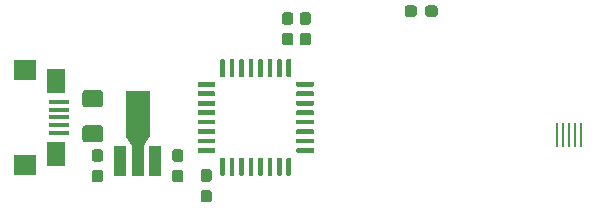
<source format=gbp>
G04 #@! TF.GenerationSoftware,KiCad,Pcbnew,(5.1.5-0-10_14)*
G04 #@! TF.CreationDate,2021-02-01T23:02:05+09:00*
G04 #@! TF.ProjectId,StickMouse,53746963-6b4d-46f7-9573-652e6b696361,V1.0*
G04 #@! TF.SameCoordinates,Original*
G04 #@! TF.FileFunction,Paste,Bot*
G04 #@! TF.FilePolarity,Positive*
%FSLAX46Y46*%
G04 Gerber Fmt 4.6, Leading zero omitted, Abs format (unit mm)*
G04 Created by KiCad (PCBNEW (5.1.5-0-10_14)) date 2021-02-01 23:02:05*
%MOMM*%
%LPD*%
G04 APERTURE LIST*
%ADD10C,0.100000*%
%ADD11R,2.000000X4.000000*%
%ADD12R,1.000000X2.500000*%
%ADD13R,0.150000X2.000000*%
%ADD14R,1.900000X1.800000*%
%ADD15R,1.600000X2.100000*%
%ADD16R,1.750000X0.300000*%
G04 APERTURE END LIST*
D10*
G36*
X-17939221Y-4651144D02*
G01*
X-17916166Y-4654563D01*
X-17893557Y-4660227D01*
X-17871613Y-4668079D01*
X-17850543Y-4678044D01*
X-17830552Y-4690026D01*
X-17811832Y-4703910D01*
X-17794562Y-4719562D01*
X-17778910Y-4736832D01*
X-17765026Y-4755552D01*
X-17753044Y-4775543D01*
X-17743079Y-4796613D01*
X-17735227Y-4818557D01*
X-17729563Y-4841166D01*
X-17726144Y-4864221D01*
X-17725000Y-4887500D01*
X-17725000Y-5462500D01*
X-17726144Y-5485779D01*
X-17729563Y-5508834D01*
X-17735227Y-5531443D01*
X-17743079Y-5553387D01*
X-17753044Y-5574457D01*
X-17765026Y-5594448D01*
X-17778910Y-5613168D01*
X-17794562Y-5630438D01*
X-17811832Y-5646090D01*
X-17830552Y-5659974D01*
X-17850543Y-5671956D01*
X-17871613Y-5681921D01*
X-17893557Y-5689773D01*
X-17916166Y-5695437D01*
X-17939221Y-5698856D01*
X-17962500Y-5700000D01*
X-18437500Y-5700000D01*
X-18460779Y-5698856D01*
X-18483834Y-5695437D01*
X-18506443Y-5689773D01*
X-18528387Y-5681921D01*
X-18549457Y-5671956D01*
X-18569448Y-5659974D01*
X-18588168Y-5646090D01*
X-18605438Y-5630438D01*
X-18621090Y-5613168D01*
X-18634974Y-5594448D01*
X-18646956Y-5574457D01*
X-18656921Y-5553387D01*
X-18664773Y-5531443D01*
X-18670437Y-5508834D01*
X-18673856Y-5485779D01*
X-18675000Y-5462500D01*
X-18675000Y-4887500D01*
X-18673856Y-4864221D01*
X-18670437Y-4841166D01*
X-18664773Y-4818557D01*
X-18656921Y-4796613D01*
X-18646956Y-4775543D01*
X-18634974Y-4755552D01*
X-18621090Y-4736832D01*
X-18605438Y-4719562D01*
X-18588168Y-4703910D01*
X-18569448Y-4690026D01*
X-18549457Y-4678044D01*
X-18528387Y-4668079D01*
X-18506443Y-4660227D01*
X-18483834Y-4654563D01*
X-18460779Y-4651144D01*
X-18437500Y-4650000D01*
X-17962500Y-4650000D01*
X-17939221Y-4651144D01*
G37*
G36*
X-17939221Y-2901144D02*
G01*
X-17916166Y-2904563D01*
X-17893557Y-2910227D01*
X-17871613Y-2918079D01*
X-17850543Y-2928044D01*
X-17830552Y-2940026D01*
X-17811832Y-2953910D01*
X-17794562Y-2969562D01*
X-17778910Y-2986832D01*
X-17765026Y-3005552D01*
X-17753044Y-3025543D01*
X-17743079Y-3046613D01*
X-17735227Y-3068557D01*
X-17729563Y-3091166D01*
X-17726144Y-3114221D01*
X-17725000Y-3137500D01*
X-17725000Y-3712500D01*
X-17726144Y-3735779D01*
X-17729563Y-3758834D01*
X-17735227Y-3781443D01*
X-17743079Y-3803387D01*
X-17753044Y-3824457D01*
X-17765026Y-3844448D01*
X-17778910Y-3863168D01*
X-17794562Y-3880438D01*
X-17811832Y-3896090D01*
X-17830552Y-3909974D01*
X-17850543Y-3921956D01*
X-17871613Y-3931921D01*
X-17893557Y-3939773D01*
X-17916166Y-3945437D01*
X-17939221Y-3948856D01*
X-17962500Y-3950000D01*
X-18437500Y-3950000D01*
X-18460779Y-3948856D01*
X-18483834Y-3945437D01*
X-18506443Y-3939773D01*
X-18528387Y-3931921D01*
X-18549457Y-3921956D01*
X-18569448Y-3909974D01*
X-18588168Y-3896090D01*
X-18605438Y-3880438D01*
X-18621090Y-3863168D01*
X-18634974Y-3844448D01*
X-18646956Y-3824457D01*
X-18656921Y-3803387D01*
X-18664773Y-3781443D01*
X-18670437Y-3758834D01*
X-18673856Y-3735779D01*
X-18675000Y-3712500D01*
X-18675000Y-3137500D01*
X-18673856Y-3114221D01*
X-18670437Y-3091166D01*
X-18664773Y-3068557D01*
X-18656921Y-3046613D01*
X-18646956Y-3025543D01*
X-18634974Y-3005552D01*
X-18621090Y-2986832D01*
X-18605438Y-2969562D01*
X-18588168Y-2953910D01*
X-18569448Y-2940026D01*
X-18549457Y-2928044D01*
X-18528387Y-2918079D01*
X-18506443Y-2910227D01*
X-18483834Y-2904563D01*
X-18460779Y-2901144D01*
X-18437500Y-2900000D01*
X-17962500Y-2900000D01*
X-17939221Y-2901144D01*
G37*
G36*
X-27139221Y-2951144D02*
G01*
X-27116166Y-2954563D01*
X-27093557Y-2960227D01*
X-27071613Y-2968079D01*
X-27050543Y-2978044D01*
X-27030552Y-2990026D01*
X-27011832Y-3003910D01*
X-26994562Y-3019562D01*
X-26978910Y-3036832D01*
X-26965026Y-3055552D01*
X-26953044Y-3075543D01*
X-26943079Y-3096613D01*
X-26935227Y-3118557D01*
X-26929563Y-3141166D01*
X-26926144Y-3164221D01*
X-26925000Y-3187500D01*
X-26925000Y-3762500D01*
X-26926144Y-3785779D01*
X-26929563Y-3808834D01*
X-26935227Y-3831443D01*
X-26943079Y-3853387D01*
X-26953044Y-3874457D01*
X-26965026Y-3894448D01*
X-26978910Y-3913168D01*
X-26994562Y-3930438D01*
X-27011832Y-3946090D01*
X-27030552Y-3959974D01*
X-27050543Y-3971956D01*
X-27071613Y-3981921D01*
X-27093557Y-3989773D01*
X-27116166Y-3995437D01*
X-27139221Y-3998856D01*
X-27162500Y-4000000D01*
X-27637500Y-4000000D01*
X-27660779Y-3998856D01*
X-27683834Y-3995437D01*
X-27706443Y-3989773D01*
X-27728387Y-3981921D01*
X-27749457Y-3971956D01*
X-27769448Y-3959974D01*
X-27788168Y-3946090D01*
X-27805438Y-3930438D01*
X-27821090Y-3913168D01*
X-27834974Y-3894448D01*
X-27846956Y-3874457D01*
X-27856921Y-3853387D01*
X-27864773Y-3831443D01*
X-27870437Y-3808834D01*
X-27873856Y-3785779D01*
X-27875000Y-3762500D01*
X-27875000Y-3187500D01*
X-27873856Y-3164221D01*
X-27870437Y-3141166D01*
X-27864773Y-3118557D01*
X-27856921Y-3096613D01*
X-27846956Y-3075543D01*
X-27834974Y-3055552D01*
X-27821090Y-3036832D01*
X-27805438Y-3019562D01*
X-27788168Y-3003910D01*
X-27769448Y-2990026D01*
X-27749457Y-2978044D01*
X-27728387Y-2968079D01*
X-27706443Y-2960227D01*
X-27683834Y-2954563D01*
X-27660779Y-2951144D01*
X-27637500Y-2950000D01*
X-27162500Y-2950000D01*
X-27139221Y-2951144D01*
G37*
G36*
X-27139221Y-1201144D02*
G01*
X-27116166Y-1204563D01*
X-27093557Y-1210227D01*
X-27071613Y-1218079D01*
X-27050543Y-1228044D01*
X-27030552Y-1240026D01*
X-27011832Y-1253910D01*
X-26994562Y-1269562D01*
X-26978910Y-1286832D01*
X-26965026Y-1305552D01*
X-26953044Y-1325543D01*
X-26943079Y-1346613D01*
X-26935227Y-1368557D01*
X-26929563Y-1391166D01*
X-26926144Y-1414221D01*
X-26925000Y-1437500D01*
X-26925000Y-2012500D01*
X-26926144Y-2035779D01*
X-26929563Y-2058834D01*
X-26935227Y-2081443D01*
X-26943079Y-2103387D01*
X-26953044Y-2124457D01*
X-26965026Y-2144448D01*
X-26978910Y-2163168D01*
X-26994562Y-2180438D01*
X-27011832Y-2196090D01*
X-27030552Y-2209974D01*
X-27050543Y-2221956D01*
X-27071613Y-2231921D01*
X-27093557Y-2239773D01*
X-27116166Y-2245437D01*
X-27139221Y-2248856D01*
X-27162500Y-2250000D01*
X-27637500Y-2250000D01*
X-27660779Y-2248856D01*
X-27683834Y-2245437D01*
X-27706443Y-2239773D01*
X-27728387Y-2231921D01*
X-27749457Y-2221956D01*
X-27769448Y-2209974D01*
X-27788168Y-2196090D01*
X-27805438Y-2180438D01*
X-27821090Y-2163168D01*
X-27834974Y-2144448D01*
X-27846956Y-2124457D01*
X-27856921Y-2103387D01*
X-27864773Y-2081443D01*
X-27870437Y-2058834D01*
X-27873856Y-2035779D01*
X-27875000Y-2012500D01*
X-27875000Y-1437500D01*
X-27873856Y-1414221D01*
X-27870437Y-1391166D01*
X-27864773Y-1368557D01*
X-27856921Y-1346613D01*
X-27846956Y-1325543D01*
X-27834974Y-1305552D01*
X-27821090Y-1286832D01*
X-27805438Y-1269562D01*
X-27788168Y-1253910D01*
X-27769448Y-1240026D01*
X-27749457Y-1228044D01*
X-27728387Y-1218079D01*
X-27706443Y-1210227D01*
X-27683834Y-1204563D01*
X-27660779Y-1201144D01*
X-27637500Y-1200000D01*
X-27162500Y-1200000D01*
X-27139221Y-1201144D01*
G37*
G36*
X-9165198Y4499518D02*
G01*
X-9155491Y4498079D01*
X-9145972Y4495694D01*
X-9136732Y4492388D01*
X-9127860Y4488192D01*
X-9119443Y4483147D01*
X-9111561Y4477301D01*
X-9104289Y4470711D01*
X-9097699Y4463439D01*
X-9091853Y4455557D01*
X-9086808Y4447140D01*
X-9082612Y4438268D01*
X-9079306Y4429028D01*
X-9076921Y4419509D01*
X-9075482Y4409802D01*
X-9075000Y4400000D01*
X-9075000Y4200000D01*
X-9075482Y4190198D01*
X-9076921Y4180491D01*
X-9079306Y4170972D01*
X-9082612Y4161732D01*
X-9086808Y4152860D01*
X-9091853Y4144443D01*
X-9097699Y4136561D01*
X-9104289Y4129289D01*
X-9111561Y4122699D01*
X-9119443Y4116853D01*
X-9127860Y4111808D01*
X-9136732Y4107612D01*
X-9145972Y4104306D01*
X-9155491Y4101921D01*
X-9165198Y4100482D01*
X-9175000Y4100000D01*
X-10475000Y4100000D01*
X-10484802Y4100482D01*
X-10494509Y4101921D01*
X-10504028Y4104306D01*
X-10513268Y4107612D01*
X-10522140Y4111808D01*
X-10530557Y4116853D01*
X-10538439Y4122699D01*
X-10545711Y4129289D01*
X-10552301Y4136561D01*
X-10558147Y4144443D01*
X-10563192Y4152860D01*
X-10567388Y4161732D01*
X-10570694Y4170972D01*
X-10573079Y4180491D01*
X-10574518Y4190198D01*
X-10575000Y4200000D01*
X-10575000Y4400000D01*
X-10574518Y4409802D01*
X-10573079Y4419509D01*
X-10570694Y4429028D01*
X-10567388Y4438268D01*
X-10563192Y4447140D01*
X-10558147Y4455557D01*
X-10552301Y4463439D01*
X-10545711Y4470711D01*
X-10538439Y4477301D01*
X-10530557Y4483147D01*
X-10522140Y4488192D01*
X-10513268Y4492388D01*
X-10504028Y4495694D01*
X-10494509Y4498079D01*
X-10484802Y4499518D01*
X-10475000Y4500000D01*
X-9175000Y4500000D01*
X-9165198Y4499518D01*
G37*
G36*
X-9165198Y3699518D02*
G01*
X-9155491Y3698079D01*
X-9145972Y3695694D01*
X-9136732Y3692388D01*
X-9127860Y3688192D01*
X-9119443Y3683147D01*
X-9111561Y3677301D01*
X-9104289Y3670711D01*
X-9097699Y3663439D01*
X-9091853Y3655557D01*
X-9086808Y3647140D01*
X-9082612Y3638268D01*
X-9079306Y3629028D01*
X-9076921Y3619509D01*
X-9075482Y3609802D01*
X-9075000Y3600000D01*
X-9075000Y3400000D01*
X-9075482Y3390198D01*
X-9076921Y3380491D01*
X-9079306Y3370972D01*
X-9082612Y3361732D01*
X-9086808Y3352860D01*
X-9091853Y3344443D01*
X-9097699Y3336561D01*
X-9104289Y3329289D01*
X-9111561Y3322699D01*
X-9119443Y3316853D01*
X-9127860Y3311808D01*
X-9136732Y3307612D01*
X-9145972Y3304306D01*
X-9155491Y3301921D01*
X-9165198Y3300482D01*
X-9175000Y3300000D01*
X-10475000Y3300000D01*
X-10484802Y3300482D01*
X-10494509Y3301921D01*
X-10504028Y3304306D01*
X-10513268Y3307612D01*
X-10522140Y3311808D01*
X-10530557Y3316853D01*
X-10538439Y3322699D01*
X-10545711Y3329289D01*
X-10552301Y3336561D01*
X-10558147Y3344443D01*
X-10563192Y3352860D01*
X-10567388Y3361732D01*
X-10570694Y3370972D01*
X-10573079Y3380491D01*
X-10574518Y3390198D01*
X-10575000Y3400000D01*
X-10575000Y3600000D01*
X-10574518Y3609802D01*
X-10573079Y3619509D01*
X-10570694Y3629028D01*
X-10567388Y3638268D01*
X-10563192Y3647140D01*
X-10558147Y3655557D01*
X-10552301Y3663439D01*
X-10545711Y3670711D01*
X-10538439Y3677301D01*
X-10530557Y3683147D01*
X-10522140Y3688192D01*
X-10513268Y3692388D01*
X-10504028Y3695694D01*
X-10494509Y3698079D01*
X-10484802Y3699518D01*
X-10475000Y3700000D01*
X-9175000Y3700000D01*
X-9165198Y3699518D01*
G37*
G36*
X-9165198Y2899518D02*
G01*
X-9155491Y2898079D01*
X-9145972Y2895694D01*
X-9136732Y2892388D01*
X-9127860Y2888192D01*
X-9119443Y2883147D01*
X-9111561Y2877301D01*
X-9104289Y2870711D01*
X-9097699Y2863439D01*
X-9091853Y2855557D01*
X-9086808Y2847140D01*
X-9082612Y2838268D01*
X-9079306Y2829028D01*
X-9076921Y2819509D01*
X-9075482Y2809802D01*
X-9075000Y2800000D01*
X-9075000Y2600000D01*
X-9075482Y2590198D01*
X-9076921Y2580491D01*
X-9079306Y2570972D01*
X-9082612Y2561732D01*
X-9086808Y2552860D01*
X-9091853Y2544443D01*
X-9097699Y2536561D01*
X-9104289Y2529289D01*
X-9111561Y2522699D01*
X-9119443Y2516853D01*
X-9127860Y2511808D01*
X-9136732Y2507612D01*
X-9145972Y2504306D01*
X-9155491Y2501921D01*
X-9165198Y2500482D01*
X-9175000Y2500000D01*
X-10475000Y2500000D01*
X-10484802Y2500482D01*
X-10494509Y2501921D01*
X-10504028Y2504306D01*
X-10513268Y2507612D01*
X-10522140Y2511808D01*
X-10530557Y2516853D01*
X-10538439Y2522699D01*
X-10545711Y2529289D01*
X-10552301Y2536561D01*
X-10558147Y2544443D01*
X-10563192Y2552860D01*
X-10567388Y2561732D01*
X-10570694Y2570972D01*
X-10573079Y2580491D01*
X-10574518Y2590198D01*
X-10575000Y2600000D01*
X-10575000Y2800000D01*
X-10574518Y2809802D01*
X-10573079Y2819509D01*
X-10570694Y2829028D01*
X-10567388Y2838268D01*
X-10563192Y2847140D01*
X-10558147Y2855557D01*
X-10552301Y2863439D01*
X-10545711Y2870711D01*
X-10538439Y2877301D01*
X-10530557Y2883147D01*
X-10522140Y2888192D01*
X-10513268Y2892388D01*
X-10504028Y2895694D01*
X-10494509Y2898079D01*
X-10484802Y2899518D01*
X-10475000Y2900000D01*
X-9175000Y2900000D01*
X-9165198Y2899518D01*
G37*
G36*
X-9165198Y2099518D02*
G01*
X-9155491Y2098079D01*
X-9145972Y2095694D01*
X-9136732Y2092388D01*
X-9127860Y2088192D01*
X-9119443Y2083147D01*
X-9111561Y2077301D01*
X-9104289Y2070711D01*
X-9097699Y2063439D01*
X-9091853Y2055557D01*
X-9086808Y2047140D01*
X-9082612Y2038268D01*
X-9079306Y2029028D01*
X-9076921Y2019509D01*
X-9075482Y2009802D01*
X-9075000Y2000000D01*
X-9075000Y1800000D01*
X-9075482Y1790198D01*
X-9076921Y1780491D01*
X-9079306Y1770972D01*
X-9082612Y1761732D01*
X-9086808Y1752860D01*
X-9091853Y1744443D01*
X-9097699Y1736561D01*
X-9104289Y1729289D01*
X-9111561Y1722699D01*
X-9119443Y1716853D01*
X-9127860Y1711808D01*
X-9136732Y1707612D01*
X-9145972Y1704306D01*
X-9155491Y1701921D01*
X-9165198Y1700482D01*
X-9175000Y1700000D01*
X-10475000Y1700000D01*
X-10484802Y1700482D01*
X-10494509Y1701921D01*
X-10504028Y1704306D01*
X-10513268Y1707612D01*
X-10522140Y1711808D01*
X-10530557Y1716853D01*
X-10538439Y1722699D01*
X-10545711Y1729289D01*
X-10552301Y1736561D01*
X-10558147Y1744443D01*
X-10563192Y1752860D01*
X-10567388Y1761732D01*
X-10570694Y1770972D01*
X-10573079Y1780491D01*
X-10574518Y1790198D01*
X-10575000Y1800000D01*
X-10575000Y2000000D01*
X-10574518Y2009802D01*
X-10573079Y2019509D01*
X-10570694Y2029028D01*
X-10567388Y2038268D01*
X-10563192Y2047140D01*
X-10558147Y2055557D01*
X-10552301Y2063439D01*
X-10545711Y2070711D01*
X-10538439Y2077301D01*
X-10530557Y2083147D01*
X-10522140Y2088192D01*
X-10513268Y2092388D01*
X-10504028Y2095694D01*
X-10494509Y2098079D01*
X-10484802Y2099518D01*
X-10475000Y2100000D01*
X-9175000Y2100000D01*
X-9165198Y2099518D01*
G37*
G36*
X-9165198Y1299518D02*
G01*
X-9155491Y1298079D01*
X-9145972Y1295694D01*
X-9136732Y1292388D01*
X-9127860Y1288192D01*
X-9119443Y1283147D01*
X-9111561Y1277301D01*
X-9104289Y1270711D01*
X-9097699Y1263439D01*
X-9091853Y1255557D01*
X-9086808Y1247140D01*
X-9082612Y1238268D01*
X-9079306Y1229028D01*
X-9076921Y1219509D01*
X-9075482Y1209802D01*
X-9075000Y1200000D01*
X-9075000Y1000000D01*
X-9075482Y990198D01*
X-9076921Y980491D01*
X-9079306Y970972D01*
X-9082612Y961732D01*
X-9086808Y952860D01*
X-9091853Y944443D01*
X-9097699Y936561D01*
X-9104289Y929289D01*
X-9111561Y922699D01*
X-9119443Y916853D01*
X-9127860Y911808D01*
X-9136732Y907612D01*
X-9145972Y904306D01*
X-9155491Y901921D01*
X-9165198Y900482D01*
X-9175000Y900000D01*
X-10475000Y900000D01*
X-10484802Y900482D01*
X-10494509Y901921D01*
X-10504028Y904306D01*
X-10513268Y907612D01*
X-10522140Y911808D01*
X-10530557Y916853D01*
X-10538439Y922699D01*
X-10545711Y929289D01*
X-10552301Y936561D01*
X-10558147Y944443D01*
X-10563192Y952860D01*
X-10567388Y961732D01*
X-10570694Y970972D01*
X-10573079Y980491D01*
X-10574518Y990198D01*
X-10575000Y1000000D01*
X-10575000Y1200000D01*
X-10574518Y1209802D01*
X-10573079Y1219509D01*
X-10570694Y1229028D01*
X-10567388Y1238268D01*
X-10563192Y1247140D01*
X-10558147Y1255557D01*
X-10552301Y1263439D01*
X-10545711Y1270711D01*
X-10538439Y1277301D01*
X-10530557Y1283147D01*
X-10522140Y1288192D01*
X-10513268Y1292388D01*
X-10504028Y1295694D01*
X-10494509Y1298079D01*
X-10484802Y1299518D01*
X-10475000Y1300000D01*
X-9175000Y1300000D01*
X-9165198Y1299518D01*
G37*
G36*
X-9165198Y499518D02*
G01*
X-9155491Y498079D01*
X-9145972Y495694D01*
X-9136732Y492388D01*
X-9127860Y488192D01*
X-9119443Y483147D01*
X-9111561Y477301D01*
X-9104289Y470711D01*
X-9097699Y463439D01*
X-9091853Y455557D01*
X-9086808Y447140D01*
X-9082612Y438268D01*
X-9079306Y429028D01*
X-9076921Y419509D01*
X-9075482Y409802D01*
X-9075000Y400000D01*
X-9075000Y200000D01*
X-9075482Y190198D01*
X-9076921Y180491D01*
X-9079306Y170972D01*
X-9082612Y161732D01*
X-9086808Y152860D01*
X-9091853Y144443D01*
X-9097699Y136561D01*
X-9104289Y129289D01*
X-9111561Y122699D01*
X-9119443Y116853D01*
X-9127860Y111808D01*
X-9136732Y107612D01*
X-9145972Y104306D01*
X-9155491Y101921D01*
X-9165198Y100482D01*
X-9175000Y100000D01*
X-10475000Y100000D01*
X-10484802Y100482D01*
X-10494509Y101921D01*
X-10504028Y104306D01*
X-10513268Y107612D01*
X-10522140Y111808D01*
X-10530557Y116853D01*
X-10538439Y122699D01*
X-10545711Y129289D01*
X-10552301Y136561D01*
X-10558147Y144443D01*
X-10563192Y152860D01*
X-10567388Y161732D01*
X-10570694Y170972D01*
X-10573079Y180491D01*
X-10574518Y190198D01*
X-10575000Y200000D01*
X-10575000Y400000D01*
X-10574518Y409802D01*
X-10573079Y419509D01*
X-10570694Y429028D01*
X-10567388Y438268D01*
X-10563192Y447140D01*
X-10558147Y455557D01*
X-10552301Y463439D01*
X-10545711Y470711D01*
X-10538439Y477301D01*
X-10530557Y483147D01*
X-10522140Y488192D01*
X-10513268Y492388D01*
X-10504028Y495694D01*
X-10494509Y498079D01*
X-10484802Y499518D01*
X-10475000Y500000D01*
X-9175000Y500000D01*
X-9165198Y499518D01*
G37*
G36*
X-9165198Y-300482D02*
G01*
X-9155491Y-301921D01*
X-9145972Y-304306D01*
X-9136732Y-307612D01*
X-9127860Y-311808D01*
X-9119443Y-316853D01*
X-9111561Y-322699D01*
X-9104289Y-329289D01*
X-9097699Y-336561D01*
X-9091853Y-344443D01*
X-9086808Y-352860D01*
X-9082612Y-361732D01*
X-9079306Y-370972D01*
X-9076921Y-380491D01*
X-9075482Y-390198D01*
X-9075000Y-400000D01*
X-9075000Y-600000D01*
X-9075482Y-609802D01*
X-9076921Y-619509D01*
X-9079306Y-629028D01*
X-9082612Y-638268D01*
X-9086808Y-647140D01*
X-9091853Y-655557D01*
X-9097699Y-663439D01*
X-9104289Y-670711D01*
X-9111561Y-677301D01*
X-9119443Y-683147D01*
X-9127860Y-688192D01*
X-9136732Y-692388D01*
X-9145972Y-695694D01*
X-9155491Y-698079D01*
X-9165198Y-699518D01*
X-9175000Y-700000D01*
X-10475000Y-700000D01*
X-10484802Y-699518D01*
X-10494509Y-698079D01*
X-10504028Y-695694D01*
X-10513268Y-692388D01*
X-10522140Y-688192D01*
X-10530557Y-683147D01*
X-10538439Y-677301D01*
X-10545711Y-670711D01*
X-10552301Y-663439D01*
X-10558147Y-655557D01*
X-10563192Y-647140D01*
X-10567388Y-638268D01*
X-10570694Y-629028D01*
X-10573079Y-619509D01*
X-10574518Y-609802D01*
X-10575000Y-600000D01*
X-10575000Y-400000D01*
X-10574518Y-390198D01*
X-10573079Y-380491D01*
X-10570694Y-370972D01*
X-10567388Y-361732D01*
X-10563192Y-352860D01*
X-10558147Y-344443D01*
X-10552301Y-336561D01*
X-10545711Y-329289D01*
X-10538439Y-322699D01*
X-10530557Y-316853D01*
X-10522140Y-311808D01*
X-10513268Y-307612D01*
X-10504028Y-304306D01*
X-10494509Y-301921D01*
X-10484802Y-300482D01*
X-10475000Y-300000D01*
X-9175000Y-300000D01*
X-9165198Y-300482D01*
G37*
G36*
X-9165198Y-1100482D02*
G01*
X-9155491Y-1101921D01*
X-9145972Y-1104306D01*
X-9136732Y-1107612D01*
X-9127860Y-1111808D01*
X-9119443Y-1116853D01*
X-9111561Y-1122699D01*
X-9104289Y-1129289D01*
X-9097699Y-1136561D01*
X-9091853Y-1144443D01*
X-9086808Y-1152860D01*
X-9082612Y-1161732D01*
X-9079306Y-1170972D01*
X-9076921Y-1180491D01*
X-9075482Y-1190198D01*
X-9075000Y-1200000D01*
X-9075000Y-1400000D01*
X-9075482Y-1409802D01*
X-9076921Y-1419509D01*
X-9079306Y-1429028D01*
X-9082612Y-1438268D01*
X-9086808Y-1447140D01*
X-9091853Y-1455557D01*
X-9097699Y-1463439D01*
X-9104289Y-1470711D01*
X-9111561Y-1477301D01*
X-9119443Y-1483147D01*
X-9127860Y-1488192D01*
X-9136732Y-1492388D01*
X-9145972Y-1495694D01*
X-9155491Y-1498079D01*
X-9165198Y-1499518D01*
X-9175000Y-1500000D01*
X-10475000Y-1500000D01*
X-10484802Y-1499518D01*
X-10494509Y-1498079D01*
X-10504028Y-1495694D01*
X-10513268Y-1492388D01*
X-10522140Y-1488192D01*
X-10530557Y-1483147D01*
X-10538439Y-1477301D01*
X-10545711Y-1470711D01*
X-10552301Y-1463439D01*
X-10558147Y-1455557D01*
X-10563192Y-1447140D01*
X-10567388Y-1438268D01*
X-10570694Y-1429028D01*
X-10573079Y-1419509D01*
X-10574518Y-1409802D01*
X-10575000Y-1400000D01*
X-10575000Y-1200000D01*
X-10574518Y-1190198D01*
X-10573079Y-1180491D01*
X-10570694Y-1170972D01*
X-10567388Y-1161732D01*
X-10563192Y-1152860D01*
X-10558147Y-1144443D01*
X-10552301Y-1136561D01*
X-10545711Y-1129289D01*
X-10538439Y-1122699D01*
X-10530557Y-1116853D01*
X-10522140Y-1111808D01*
X-10513268Y-1107612D01*
X-10504028Y-1104306D01*
X-10494509Y-1101921D01*
X-10484802Y-1100482D01*
X-10475000Y-1100000D01*
X-9175000Y-1100000D01*
X-9165198Y-1100482D01*
G37*
G36*
X-11090198Y-1925482D02*
G01*
X-11080491Y-1926921D01*
X-11070972Y-1929306D01*
X-11061732Y-1932612D01*
X-11052860Y-1936808D01*
X-11044443Y-1941853D01*
X-11036561Y-1947699D01*
X-11029289Y-1954289D01*
X-11022699Y-1961561D01*
X-11016853Y-1969443D01*
X-11011808Y-1977860D01*
X-11007612Y-1986732D01*
X-11004306Y-1995972D01*
X-11001921Y-2005491D01*
X-11000482Y-2015198D01*
X-11000000Y-2025000D01*
X-11000000Y-3325000D01*
X-11000482Y-3334802D01*
X-11001921Y-3344509D01*
X-11004306Y-3354028D01*
X-11007612Y-3363268D01*
X-11011808Y-3372140D01*
X-11016853Y-3380557D01*
X-11022699Y-3388439D01*
X-11029289Y-3395711D01*
X-11036561Y-3402301D01*
X-11044443Y-3408147D01*
X-11052860Y-3413192D01*
X-11061732Y-3417388D01*
X-11070972Y-3420694D01*
X-11080491Y-3423079D01*
X-11090198Y-3424518D01*
X-11100000Y-3425000D01*
X-11300000Y-3425000D01*
X-11309802Y-3424518D01*
X-11319509Y-3423079D01*
X-11329028Y-3420694D01*
X-11338268Y-3417388D01*
X-11347140Y-3413192D01*
X-11355557Y-3408147D01*
X-11363439Y-3402301D01*
X-11370711Y-3395711D01*
X-11377301Y-3388439D01*
X-11383147Y-3380557D01*
X-11388192Y-3372140D01*
X-11392388Y-3363268D01*
X-11395694Y-3354028D01*
X-11398079Y-3344509D01*
X-11399518Y-3334802D01*
X-11400000Y-3325000D01*
X-11400000Y-2025000D01*
X-11399518Y-2015198D01*
X-11398079Y-2005491D01*
X-11395694Y-1995972D01*
X-11392388Y-1986732D01*
X-11388192Y-1977860D01*
X-11383147Y-1969443D01*
X-11377301Y-1961561D01*
X-11370711Y-1954289D01*
X-11363439Y-1947699D01*
X-11355557Y-1941853D01*
X-11347140Y-1936808D01*
X-11338268Y-1932612D01*
X-11329028Y-1929306D01*
X-11319509Y-1926921D01*
X-11309802Y-1925482D01*
X-11300000Y-1925000D01*
X-11100000Y-1925000D01*
X-11090198Y-1925482D01*
G37*
G36*
X-11890198Y-1925482D02*
G01*
X-11880491Y-1926921D01*
X-11870972Y-1929306D01*
X-11861732Y-1932612D01*
X-11852860Y-1936808D01*
X-11844443Y-1941853D01*
X-11836561Y-1947699D01*
X-11829289Y-1954289D01*
X-11822699Y-1961561D01*
X-11816853Y-1969443D01*
X-11811808Y-1977860D01*
X-11807612Y-1986732D01*
X-11804306Y-1995972D01*
X-11801921Y-2005491D01*
X-11800482Y-2015198D01*
X-11800000Y-2025000D01*
X-11800000Y-3325000D01*
X-11800482Y-3334802D01*
X-11801921Y-3344509D01*
X-11804306Y-3354028D01*
X-11807612Y-3363268D01*
X-11811808Y-3372140D01*
X-11816853Y-3380557D01*
X-11822699Y-3388439D01*
X-11829289Y-3395711D01*
X-11836561Y-3402301D01*
X-11844443Y-3408147D01*
X-11852860Y-3413192D01*
X-11861732Y-3417388D01*
X-11870972Y-3420694D01*
X-11880491Y-3423079D01*
X-11890198Y-3424518D01*
X-11900000Y-3425000D01*
X-12100000Y-3425000D01*
X-12109802Y-3424518D01*
X-12119509Y-3423079D01*
X-12129028Y-3420694D01*
X-12138268Y-3417388D01*
X-12147140Y-3413192D01*
X-12155557Y-3408147D01*
X-12163439Y-3402301D01*
X-12170711Y-3395711D01*
X-12177301Y-3388439D01*
X-12183147Y-3380557D01*
X-12188192Y-3372140D01*
X-12192388Y-3363268D01*
X-12195694Y-3354028D01*
X-12198079Y-3344509D01*
X-12199518Y-3334802D01*
X-12200000Y-3325000D01*
X-12200000Y-2025000D01*
X-12199518Y-2015198D01*
X-12198079Y-2005491D01*
X-12195694Y-1995972D01*
X-12192388Y-1986732D01*
X-12188192Y-1977860D01*
X-12183147Y-1969443D01*
X-12177301Y-1961561D01*
X-12170711Y-1954289D01*
X-12163439Y-1947699D01*
X-12155557Y-1941853D01*
X-12147140Y-1936808D01*
X-12138268Y-1932612D01*
X-12129028Y-1929306D01*
X-12119509Y-1926921D01*
X-12109802Y-1925482D01*
X-12100000Y-1925000D01*
X-11900000Y-1925000D01*
X-11890198Y-1925482D01*
G37*
G36*
X-12690198Y-1925482D02*
G01*
X-12680491Y-1926921D01*
X-12670972Y-1929306D01*
X-12661732Y-1932612D01*
X-12652860Y-1936808D01*
X-12644443Y-1941853D01*
X-12636561Y-1947699D01*
X-12629289Y-1954289D01*
X-12622699Y-1961561D01*
X-12616853Y-1969443D01*
X-12611808Y-1977860D01*
X-12607612Y-1986732D01*
X-12604306Y-1995972D01*
X-12601921Y-2005491D01*
X-12600482Y-2015198D01*
X-12600000Y-2025000D01*
X-12600000Y-3325000D01*
X-12600482Y-3334802D01*
X-12601921Y-3344509D01*
X-12604306Y-3354028D01*
X-12607612Y-3363268D01*
X-12611808Y-3372140D01*
X-12616853Y-3380557D01*
X-12622699Y-3388439D01*
X-12629289Y-3395711D01*
X-12636561Y-3402301D01*
X-12644443Y-3408147D01*
X-12652860Y-3413192D01*
X-12661732Y-3417388D01*
X-12670972Y-3420694D01*
X-12680491Y-3423079D01*
X-12690198Y-3424518D01*
X-12700000Y-3425000D01*
X-12900000Y-3425000D01*
X-12909802Y-3424518D01*
X-12919509Y-3423079D01*
X-12929028Y-3420694D01*
X-12938268Y-3417388D01*
X-12947140Y-3413192D01*
X-12955557Y-3408147D01*
X-12963439Y-3402301D01*
X-12970711Y-3395711D01*
X-12977301Y-3388439D01*
X-12983147Y-3380557D01*
X-12988192Y-3372140D01*
X-12992388Y-3363268D01*
X-12995694Y-3354028D01*
X-12998079Y-3344509D01*
X-12999518Y-3334802D01*
X-13000000Y-3325000D01*
X-13000000Y-2025000D01*
X-12999518Y-2015198D01*
X-12998079Y-2005491D01*
X-12995694Y-1995972D01*
X-12992388Y-1986732D01*
X-12988192Y-1977860D01*
X-12983147Y-1969443D01*
X-12977301Y-1961561D01*
X-12970711Y-1954289D01*
X-12963439Y-1947699D01*
X-12955557Y-1941853D01*
X-12947140Y-1936808D01*
X-12938268Y-1932612D01*
X-12929028Y-1929306D01*
X-12919509Y-1926921D01*
X-12909802Y-1925482D01*
X-12900000Y-1925000D01*
X-12700000Y-1925000D01*
X-12690198Y-1925482D01*
G37*
G36*
X-13490198Y-1925482D02*
G01*
X-13480491Y-1926921D01*
X-13470972Y-1929306D01*
X-13461732Y-1932612D01*
X-13452860Y-1936808D01*
X-13444443Y-1941853D01*
X-13436561Y-1947699D01*
X-13429289Y-1954289D01*
X-13422699Y-1961561D01*
X-13416853Y-1969443D01*
X-13411808Y-1977860D01*
X-13407612Y-1986732D01*
X-13404306Y-1995972D01*
X-13401921Y-2005491D01*
X-13400482Y-2015198D01*
X-13400000Y-2025000D01*
X-13400000Y-3325000D01*
X-13400482Y-3334802D01*
X-13401921Y-3344509D01*
X-13404306Y-3354028D01*
X-13407612Y-3363268D01*
X-13411808Y-3372140D01*
X-13416853Y-3380557D01*
X-13422699Y-3388439D01*
X-13429289Y-3395711D01*
X-13436561Y-3402301D01*
X-13444443Y-3408147D01*
X-13452860Y-3413192D01*
X-13461732Y-3417388D01*
X-13470972Y-3420694D01*
X-13480491Y-3423079D01*
X-13490198Y-3424518D01*
X-13500000Y-3425000D01*
X-13700000Y-3425000D01*
X-13709802Y-3424518D01*
X-13719509Y-3423079D01*
X-13729028Y-3420694D01*
X-13738268Y-3417388D01*
X-13747140Y-3413192D01*
X-13755557Y-3408147D01*
X-13763439Y-3402301D01*
X-13770711Y-3395711D01*
X-13777301Y-3388439D01*
X-13783147Y-3380557D01*
X-13788192Y-3372140D01*
X-13792388Y-3363268D01*
X-13795694Y-3354028D01*
X-13798079Y-3344509D01*
X-13799518Y-3334802D01*
X-13800000Y-3325000D01*
X-13800000Y-2025000D01*
X-13799518Y-2015198D01*
X-13798079Y-2005491D01*
X-13795694Y-1995972D01*
X-13792388Y-1986732D01*
X-13788192Y-1977860D01*
X-13783147Y-1969443D01*
X-13777301Y-1961561D01*
X-13770711Y-1954289D01*
X-13763439Y-1947699D01*
X-13755557Y-1941853D01*
X-13747140Y-1936808D01*
X-13738268Y-1932612D01*
X-13729028Y-1929306D01*
X-13719509Y-1926921D01*
X-13709802Y-1925482D01*
X-13700000Y-1925000D01*
X-13500000Y-1925000D01*
X-13490198Y-1925482D01*
G37*
G36*
X-14290198Y-1925482D02*
G01*
X-14280491Y-1926921D01*
X-14270972Y-1929306D01*
X-14261732Y-1932612D01*
X-14252860Y-1936808D01*
X-14244443Y-1941853D01*
X-14236561Y-1947699D01*
X-14229289Y-1954289D01*
X-14222699Y-1961561D01*
X-14216853Y-1969443D01*
X-14211808Y-1977860D01*
X-14207612Y-1986732D01*
X-14204306Y-1995972D01*
X-14201921Y-2005491D01*
X-14200482Y-2015198D01*
X-14200000Y-2025000D01*
X-14200000Y-3325000D01*
X-14200482Y-3334802D01*
X-14201921Y-3344509D01*
X-14204306Y-3354028D01*
X-14207612Y-3363268D01*
X-14211808Y-3372140D01*
X-14216853Y-3380557D01*
X-14222699Y-3388439D01*
X-14229289Y-3395711D01*
X-14236561Y-3402301D01*
X-14244443Y-3408147D01*
X-14252860Y-3413192D01*
X-14261732Y-3417388D01*
X-14270972Y-3420694D01*
X-14280491Y-3423079D01*
X-14290198Y-3424518D01*
X-14300000Y-3425000D01*
X-14500000Y-3425000D01*
X-14509802Y-3424518D01*
X-14519509Y-3423079D01*
X-14529028Y-3420694D01*
X-14538268Y-3417388D01*
X-14547140Y-3413192D01*
X-14555557Y-3408147D01*
X-14563439Y-3402301D01*
X-14570711Y-3395711D01*
X-14577301Y-3388439D01*
X-14583147Y-3380557D01*
X-14588192Y-3372140D01*
X-14592388Y-3363268D01*
X-14595694Y-3354028D01*
X-14598079Y-3344509D01*
X-14599518Y-3334802D01*
X-14600000Y-3325000D01*
X-14600000Y-2025000D01*
X-14599518Y-2015198D01*
X-14598079Y-2005491D01*
X-14595694Y-1995972D01*
X-14592388Y-1986732D01*
X-14588192Y-1977860D01*
X-14583147Y-1969443D01*
X-14577301Y-1961561D01*
X-14570711Y-1954289D01*
X-14563439Y-1947699D01*
X-14555557Y-1941853D01*
X-14547140Y-1936808D01*
X-14538268Y-1932612D01*
X-14529028Y-1929306D01*
X-14519509Y-1926921D01*
X-14509802Y-1925482D01*
X-14500000Y-1925000D01*
X-14300000Y-1925000D01*
X-14290198Y-1925482D01*
G37*
G36*
X-15090198Y-1925482D02*
G01*
X-15080491Y-1926921D01*
X-15070972Y-1929306D01*
X-15061732Y-1932612D01*
X-15052860Y-1936808D01*
X-15044443Y-1941853D01*
X-15036561Y-1947699D01*
X-15029289Y-1954289D01*
X-15022699Y-1961561D01*
X-15016853Y-1969443D01*
X-15011808Y-1977860D01*
X-15007612Y-1986732D01*
X-15004306Y-1995972D01*
X-15001921Y-2005491D01*
X-15000482Y-2015198D01*
X-15000000Y-2025000D01*
X-15000000Y-3325000D01*
X-15000482Y-3334802D01*
X-15001921Y-3344509D01*
X-15004306Y-3354028D01*
X-15007612Y-3363268D01*
X-15011808Y-3372140D01*
X-15016853Y-3380557D01*
X-15022699Y-3388439D01*
X-15029289Y-3395711D01*
X-15036561Y-3402301D01*
X-15044443Y-3408147D01*
X-15052860Y-3413192D01*
X-15061732Y-3417388D01*
X-15070972Y-3420694D01*
X-15080491Y-3423079D01*
X-15090198Y-3424518D01*
X-15100000Y-3425000D01*
X-15300000Y-3425000D01*
X-15309802Y-3424518D01*
X-15319509Y-3423079D01*
X-15329028Y-3420694D01*
X-15338268Y-3417388D01*
X-15347140Y-3413192D01*
X-15355557Y-3408147D01*
X-15363439Y-3402301D01*
X-15370711Y-3395711D01*
X-15377301Y-3388439D01*
X-15383147Y-3380557D01*
X-15388192Y-3372140D01*
X-15392388Y-3363268D01*
X-15395694Y-3354028D01*
X-15398079Y-3344509D01*
X-15399518Y-3334802D01*
X-15400000Y-3325000D01*
X-15400000Y-2025000D01*
X-15399518Y-2015198D01*
X-15398079Y-2005491D01*
X-15395694Y-1995972D01*
X-15392388Y-1986732D01*
X-15388192Y-1977860D01*
X-15383147Y-1969443D01*
X-15377301Y-1961561D01*
X-15370711Y-1954289D01*
X-15363439Y-1947699D01*
X-15355557Y-1941853D01*
X-15347140Y-1936808D01*
X-15338268Y-1932612D01*
X-15329028Y-1929306D01*
X-15319509Y-1926921D01*
X-15309802Y-1925482D01*
X-15300000Y-1925000D01*
X-15100000Y-1925000D01*
X-15090198Y-1925482D01*
G37*
G36*
X-15890198Y-1925482D02*
G01*
X-15880491Y-1926921D01*
X-15870972Y-1929306D01*
X-15861732Y-1932612D01*
X-15852860Y-1936808D01*
X-15844443Y-1941853D01*
X-15836561Y-1947699D01*
X-15829289Y-1954289D01*
X-15822699Y-1961561D01*
X-15816853Y-1969443D01*
X-15811808Y-1977860D01*
X-15807612Y-1986732D01*
X-15804306Y-1995972D01*
X-15801921Y-2005491D01*
X-15800482Y-2015198D01*
X-15800000Y-2025000D01*
X-15800000Y-3325000D01*
X-15800482Y-3334802D01*
X-15801921Y-3344509D01*
X-15804306Y-3354028D01*
X-15807612Y-3363268D01*
X-15811808Y-3372140D01*
X-15816853Y-3380557D01*
X-15822699Y-3388439D01*
X-15829289Y-3395711D01*
X-15836561Y-3402301D01*
X-15844443Y-3408147D01*
X-15852860Y-3413192D01*
X-15861732Y-3417388D01*
X-15870972Y-3420694D01*
X-15880491Y-3423079D01*
X-15890198Y-3424518D01*
X-15900000Y-3425000D01*
X-16100000Y-3425000D01*
X-16109802Y-3424518D01*
X-16119509Y-3423079D01*
X-16129028Y-3420694D01*
X-16138268Y-3417388D01*
X-16147140Y-3413192D01*
X-16155557Y-3408147D01*
X-16163439Y-3402301D01*
X-16170711Y-3395711D01*
X-16177301Y-3388439D01*
X-16183147Y-3380557D01*
X-16188192Y-3372140D01*
X-16192388Y-3363268D01*
X-16195694Y-3354028D01*
X-16198079Y-3344509D01*
X-16199518Y-3334802D01*
X-16200000Y-3325000D01*
X-16200000Y-2025000D01*
X-16199518Y-2015198D01*
X-16198079Y-2005491D01*
X-16195694Y-1995972D01*
X-16192388Y-1986732D01*
X-16188192Y-1977860D01*
X-16183147Y-1969443D01*
X-16177301Y-1961561D01*
X-16170711Y-1954289D01*
X-16163439Y-1947699D01*
X-16155557Y-1941853D01*
X-16147140Y-1936808D01*
X-16138268Y-1932612D01*
X-16129028Y-1929306D01*
X-16119509Y-1926921D01*
X-16109802Y-1925482D01*
X-16100000Y-1925000D01*
X-15900000Y-1925000D01*
X-15890198Y-1925482D01*
G37*
G36*
X-16690198Y-1925482D02*
G01*
X-16680491Y-1926921D01*
X-16670972Y-1929306D01*
X-16661732Y-1932612D01*
X-16652860Y-1936808D01*
X-16644443Y-1941853D01*
X-16636561Y-1947699D01*
X-16629289Y-1954289D01*
X-16622699Y-1961561D01*
X-16616853Y-1969443D01*
X-16611808Y-1977860D01*
X-16607612Y-1986732D01*
X-16604306Y-1995972D01*
X-16601921Y-2005491D01*
X-16600482Y-2015198D01*
X-16600000Y-2025000D01*
X-16600000Y-3325000D01*
X-16600482Y-3334802D01*
X-16601921Y-3344509D01*
X-16604306Y-3354028D01*
X-16607612Y-3363268D01*
X-16611808Y-3372140D01*
X-16616853Y-3380557D01*
X-16622699Y-3388439D01*
X-16629289Y-3395711D01*
X-16636561Y-3402301D01*
X-16644443Y-3408147D01*
X-16652860Y-3413192D01*
X-16661732Y-3417388D01*
X-16670972Y-3420694D01*
X-16680491Y-3423079D01*
X-16690198Y-3424518D01*
X-16700000Y-3425000D01*
X-16900000Y-3425000D01*
X-16909802Y-3424518D01*
X-16919509Y-3423079D01*
X-16929028Y-3420694D01*
X-16938268Y-3417388D01*
X-16947140Y-3413192D01*
X-16955557Y-3408147D01*
X-16963439Y-3402301D01*
X-16970711Y-3395711D01*
X-16977301Y-3388439D01*
X-16983147Y-3380557D01*
X-16988192Y-3372140D01*
X-16992388Y-3363268D01*
X-16995694Y-3354028D01*
X-16998079Y-3344509D01*
X-16999518Y-3334802D01*
X-17000000Y-3325000D01*
X-17000000Y-2025000D01*
X-16999518Y-2015198D01*
X-16998079Y-2005491D01*
X-16995694Y-1995972D01*
X-16992388Y-1986732D01*
X-16988192Y-1977860D01*
X-16983147Y-1969443D01*
X-16977301Y-1961561D01*
X-16970711Y-1954289D01*
X-16963439Y-1947699D01*
X-16955557Y-1941853D01*
X-16947140Y-1936808D01*
X-16938268Y-1932612D01*
X-16929028Y-1929306D01*
X-16919509Y-1926921D01*
X-16909802Y-1925482D01*
X-16900000Y-1925000D01*
X-16700000Y-1925000D01*
X-16690198Y-1925482D01*
G37*
G36*
X-17515198Y-1100482D02*
G01*
X-17505491Y-1101921D01*
X-17495972Y-1104306D01*
X-17486732Y-1107612D01*
X-17477860Y-1111808D01*
X-17469443Y-1116853D01*
X-17461561Y-1122699D01*
X-17454289Y-1129289D01*
X-17447699Y-1136561D01*
X-17441853Y-1144443D01*
X-17436808Y-1152860D01*
X-17432612Y-1161732D01*
X-17429306Y-1170972D01*
X-17426921Y-1180491D01*
X-17425482Y-1190198D01*
X-17425000Y-1200000D01*
X-17425000Y-1400000D01*
X-17425482Y-1409802D01*
X-17426921Y-1419509D01*
X-17429306Y-1429028D01*
X-17432612Y-1438268D01*
X-17436808Y-1447140D01*
X-17441853Y-1455557D01*
X-17447699Y-1463439D01*
X-17454289Y-1470711D01*
X-17461561Y-1477301D01*
X-17469443Y-1483147D01*
X-17477860Y-1488192D01*
X-17486732Y-1492388D01*
X-17495972Y-1495694D01*
X-17505491Y-1498079D01*
X-17515198Y-1499518D01*
X-17525000Y-1500000D01*
X-18825000Y-1500000D01*
X-18834802Y-1499518D01*
X-18844509Y-1498079D01*
X-18854028Y-1495694D01*
X-18863268Y-1492388D01*
X-18872140Y-1488192D01*
X-18880557Y-1483147D01*
X-18888439Y-1477301D01*
X-18895711Y-1470711D01*
X-18902301Y-1463439D01*
X-18908147Y-1455557D01*
X-18913192Y-1447140D01*
X-18917388Y-1438268D01*
X-18920694Y-1429028D01*
X-18923079Y-1419509D01*
X-18924518Y-1409802D01*
X-18925000Y-1400000D01*
X-18925000Y-1200000D01*
X-18924518Y-1190198D01*
X-18923079Y-1180491D01*
X-18920694Y-1170972D01*
X-18917388Y-1161732D01*
X-18913192Y-1152860D01*
X-18908147Y-1144443D01*
X-18902301Y-1136561D01*
X-18895711Y-1129289D01*
X-18888439Y-1122699D01*
X-18880557Y-1116853D01*
X-18872140Y-1111808D01*
X-18863268Y-1107612D01*
X-18854028Y-1104306D01*
X-18844509Y-1101921D01*
X-18834802Y-1100482D01*
X-18825000Y-1100000D01*
X-17525000Y-1100000D01*
X-17515198Y-1100482D01*
G37*
G36*
X-17515198Y-300482D02*
G01*
X-17505491Y-301921D01*
X-17495972Y-304306D01*
X-17486732Y-307612D01*
X-17477860Y-311808D01*
X-17469443Y-316853D01*
X-17461561Y-322699D01*
X-17454289Y-329289D01*
X-17447699Y-336561D01*
X-17441853Y-344443D01*
X-17436808Y-352860D01*
X-17432612Y-361732D01*
X-17429306Y-370972D01*
X-17426921Y-380491D01*
X-17425482Y-390198D01*
X-17425000Y-400000D01*
X-17425000Y-600000D01*
X-17425482Y-609802D01*
X-17426921Y-619509D01*
X-17429306Y-629028D01*
X-17432612Y-638268D01*
X-17436808Y-647140D01*
X-17441853Y-655557D01*
X-17447699Y-663439D01*
X-17454289Y-670711D01*
X-17461561Y-677301D01*
X-17469443Y-683147D01*
X-17477860Y-688192D01*
X-17486732Y-692388D01*
X-17495972Y-695694D01*
X-17505491Y-698079D01*
X-17515198Y-699518D01*
X-17525000Y-700000D01*
X-18825000Y-700000D01*
X-18834802Y-699518D01*
X-18844509Y-698079D01*
X-18854028Y-695694D01*
X-18863268Y-692388D01*
X-18872140Y-688192D01*
X-18880557Y-683147D01*
X-18888439Y-677301D01*
X-18895711Y-670711D01*
X-18902301Y-663439D01*
X-18908147Y-655557D01*
X-18913192Y-647140D01*
X-18917388Y-638268D01*
X-18920694Y-629028D01*
X-18923079Y-619509D01*
X-18924518Y-609802D01*
X-18925000Y-600000D01*
X-18925000Y-400000D01*
X-18924518Y-390198D01*
X-18923079Y-380491D01*
X-18920694Y-370972D01*
X-18917388Y-361732D01*
X-18913192Y-352860D01*
X-18908147Y-344443D01*
X-18902301Y-336561D01*
X-18895711Y-329289D01*
X-18888439Y-322699D01*
X-18880557Y-316853D01*
X-18872140Y-311808D01*
X-18863268Y-307612D01*
X-18854028Y-304306D01*
X-18844509Y-301921D01*
X-18834802Y-300482D01*
X-18825000Y-300000D01*
X-17525000Y-300000D01*
X-17515198Y-300482D01*
G37*
G36*
X-17515198Y499518D02*
G01*
X-17505491Y498079D01*
X-17495972Y495694D01*
X-17486732Y492388D01*
X-17477860Y488192D01*
X-17469443Y483147D01*
X-17461561Y477301D01*
X-17454289Y470711D01*
X-17447699Y463439D01*
X-17441853Y455557D01*
X-17436808Y447140D01*
X-17432612Y438268D01*
X-17429306Y429028D01*
X-17426921Y419509D01*
X-17425482Y409802D01*
X-17425000Y400000D01*
X-17425000Y200000D01*
X-17425482Y190198D01*
X-17426921Y180491D01*
X-17429306Y170972D01*
X-17432612Y161732D01*
X-17436808Y152860D01*
X-17441853Y144443D01*
X-17447699Y136561D01*
X-17454289Y129289D01*
X-17461561Y122699D01*
X-17469443Y116853D01*
X-17477860Y111808D01*
X-17486732Y107612D01*
X-17495972Y104306D01*
X-17505491Y101921D01*
X-17515198Y100482D01*
X-17525000Y100000D01*
X-18825000Y100000D01*
X-18834802Y100482D01*
X-18844509Y101921D01*
X-18854028Y104306D01*
X-18863268Y107612D01*
X-18872140Y111808D01*
X-18880557Y116853D01*
X-18888439Y122699D01*
X-18895711Y129289D01*
X-18902301Y136561D01*
X-18908147Y144443D01*
X-18913192Y152860D01*
X-18917388Y161732D01*
X-18920694Y170972D01*
X-18923079Y180491D01*
X-18924518Y190198D01*
X-18925000Y200000D01*
X-18925000Y400000D01*
X-18924518Y409802D01*
X-18923079Y419509D01*
X-18920694Y429028D01*
X-18917388Y438268D01*
X-18913192Y447140D01*
X-18908147Y455557D01*
X-18902301Y463439D01*
X-18895711Y470711D01*
X-18888439Y477301D01*
X-18880557Y483147D01*
X-18872140Y488192D01*
X-18863268Y492388D01*
X-18854028Y495694D01*
X-18844509Y498079D01*
X-18834802Y499518D01*
X-18825000Y500000D01*
X-17525000Y500000D01*
X-17515198Y499518D01*
G37*
G36*
X-17515198Y1299518D02*
G01*
X-17505491Y1298079D01*
X-17495972Y1295694D01*
X-17486732Y1292388D01*
X-17477860Y1288192D01*
X-17469443Y1283147D01*
X-17461561Y1277301D01*
X-17454289Y1270711D01*
X-17447699Y1263439D01*
X-17441853Y1255557D01*
X-17436808Y1247140D01*
X-17432612Y1238268D01*
X-17429306Y1229028D01*
X-17426921Y1219509D01*
X-17425482Y1209802D01*
X-17425000Y1200000D01*
X-17425000Y1000000D01*
X-17425482Y990198D01*
X-17426921Y980491D01*
X-17429306Y970972D01*
X-17432612Y961732D01*
X-17436808Y952860D01*
X-17441853Y944443D01*
X-17447699Y936561D01*
X-17454289Y929289D01*
X-17461561Y922699D01*
X-17469443Y916853D01*
X-17477860Y911808D01*
X-17486732Y907612D01*
X-17495972Y904306D01*
X-17505491Y901921D01*
X-17515198Y900482D01*
X-17525000Y900000D01*
X-18825000Y900000D01*
X-18834802Y900482D01*
X-18844509Y901921D01*
X-18854028Y904306D01*
X-18863268Y907612D01*
X-18872140Y911808D01*
X-18880557Y916853D01*
X-18888439Y922699D01*
X-18895711Y929289D01*
X-18902301Y936561D01*
X-18908147Y944443D01*
X-18913192Y952860D01*
X-18917388Y961732D01*
X-18920694Y970972D01*
X-18923079Y980491D01*
X-18924518Y990198D01*
X-18925000Y1000000D01*
X-18925000Y1200000D01*
X-18924518Y1209802D01*
X-18923079Y1219509D01*
X-18920694Y1229028D01*
X-18917388Y1238268D01*
X-18913192Y1247140D01*
X-18908147Y1255557D01*
X-18902301Y1263439D01*
X-18895711Y1270711D01*
X-18888439Y1277301D01*
X-18880557Y1283147D01*
X-18872140Y1288192D01*
X-18863268Y1292388D01*
X-18854028Y1295694D01*
X-18844509Y1298079D01*
X-18834802Y1299518D01*
X-18825000Y1300000D01*
X-17525000Y1300000D01*
X-17515198Y1299518D01*
G37*
G36*
X-17515198Y2099518D02*
G01*
X-17505491Y2098079D01*
X-17495972Y2095694D01*
X-17486732Y2092388D01*
X-17477860Y2088192D01*
X-17469443Y2083147D01*
X-17461561Y2077301D01*
X-17454289Y2070711D01*
X-17447699Y2063439D01*
X-17441853Y2055557D01*
X-17436808Y2047140D01*
X-17432612Y2038268D01*
X-17429306Y2029028D01*
X-17426921Y2019509D01*
X-17425482Y2009802D01*
X-17425000Y2000000D01*
X-17425000Y1800000D01*
X-17425482Y1790198D01*
X-17426921Y1780491D01*
X-17429306Y1770972D01*
X-17432612Y1761732D01*
X-17436808Y1752860D01*
X-17441853Y1744443D01*
X-17447699Y1736561D01*
X-17454289Y1729289D01*
X-17461561Y1722699D01*
X-17469443Y1716853D01*
X-17477860Y1711808D01*
X-17486732Y1707612D01*
X-17495972Y1704306D01*
X-17505491Y1701921D01*
X-17515198Y1700482D01*
X-17525000Y1700000D01*
X-18825000Y1700000D01*
X-18834802Y1700482D01*
X-18844509Y1701921D01*
X-18854028Y1704306D01*
X-18863268Y1707612D01*
X-18872140Y1711808D01*
X-18880557Y1716853D01*
X-18888439Y1722699D01*
X-18895711Y1729289D01*
X-18902301Y1736561D01*
X-18908147Y1744443D01*
X-18913192Y1752860D01*
X-18917388Y1761732D01*
X-18920694Y1770972D01*
X-18923079Y1780491D01*
X-18924518Y1790198D01*
X-18925000Y1800000D01*
X-18925000Y2000000D01*
X-18924518Y2009802D01*
X-18923079Y2019509D01*
X-18920694Y2029028D01*
X-18917388Y2038268D01*
X-18913192Y2047140D01*
X-18908147Y2055557D01*
X-18902301Y2063439D01*
X-18895711Y2070711D01*
X-18888439Y2077301D01*
X-18880557Y2083147D01*
X-18872140Y2088192D01*
X-18863268Y2092388D01*
X-18854028Y2095694D01*
X-18844509Y2098079D01*
X-18834802Y2099518D01*
X-18825000Y2100000D01*
X-17525000Y2100000D01*
X-17515198Y2099518D01*
G37*
G36*
X-17515198Y2899518D02*
G01*
X-17505491Y2898079D01*
X-17495972Y2895694D01*
X-17486732Y2892388D01*
X-17477860Y2888192D01*
X-17469443Y2883147D01*
X-17461561Y2877301D01*
X-17454289Y2870711D01*
X-17447699Y2863439D01*
X-17441853Y2855557D01*
X-17436808Y2847140D01*
X-17432612Y2838268D01*
X-17429306Y2829028D01*
X-17426921Y2819509D01*
X-17425482Y2809802D01*
X-17425000Y2800000D01*
X-17425000Y2600000D01*
X-17425482Y2590198D01*
X-17426921Y2580491D01*
X-17429306Y2570972D01*
X-17432612Y2561732D01*
X-17436808Y2552860D01*
X-17441853Y2544443D01*
X-17447699Y2536561D01*
X-17454289Y2529289D01*
X-17461561Y2522699D01*
X-17469443Y2516853D01*
X-17477860Y2511808D01*
X-17486732Y2507612D01*
X-17495972Y2504306D01*
X-17505491Y2501921D01*
X-17515198Y2500482D01*
X-17525000Y2500000D01*
X-18825000Y2500000D01*
X-18834802Y2500482D01*
X-18844509Y2501921D01*
X-18854028Y2504306D01*
X-18863268Y2507612D01*
X-18872140Y2511808D01*
X-18880557Y2516853D01*
X-18888439Y2522699D01*
X-18895711Y2529289D01*
X-18902301Y2536561D01*
X-18908147Y2544443D01*
X-18913192Y2552860D01*
X-18917388Y2561732D01*
X-18920694Y2570972D01*
X-18923079Y2580491D01*
X-18924518Y2590198D01*
X-18925000Y2600000D01*
X-18925000Y2800000D01*
X-18924518Y2809802D01*
X-18923079Y2819509D01*
X-18920694Y2829028D01*
X-18917388Y2838268D01*
X-18913192Y2847140D01*
X-18908147Y2855557D01*
X-18902301Y2863439D01*
X-18895711Y2870711D01*
X-18888439Y2877301D01*
X-18880557Y2883147D01*
X-18872140Y2888192D01*
X-18863268Y2892388D01*
X-18854028Y2895694D01*
X-18844509Y2898079D01*
X-18834802Y2899518D01*
X-18825000Y2900000D01*
X-17525000Y2900000D01*
X-17515198Y2899518D01*
G37*
G36*
X-17515198Y3699518D02*
G01*
X-17505491Y3698079D01*
X-17495972Y3695694D01*
X-17486732Y3692388D01*
X-17477860Y3688192D01*
X-17469443Y3683147D01*
X-17461561Y3677301D01*
X-17454289Y3670711D01*
X-17447699Y3663439D01*
X-17441853Y3655557D01*
X-17436808Y3647140D01*
X-17432612Y3638268D01*
X-17429306Y3629028D01*
X-17426921Y3619509D01*
X-17425482Y3609802D01*
X-17425000Y3600000D01*
X-17425000Y3400000D01*
X-17425482Y3390198D01*
X-17426921Y3380491D01*
X-17429306Y3370972D01*
X-17432612Y3361732D01*
X-17436808Y3352860D01*
X-17441853Y3344443D01*
X-17447699Y3336561D01*
X-17454289Y3329289D01*
X-17461561Y3322699D01*
X-17469443Y3316853D01*
X-17477860Y3311808D01*
X-17486732Y3307612D01*
X-17495972Y3304306D01*
X-17505491Y3301921D01*
X-17515198Y3300482D01*
X-17525000Y3300000D01*
X-18825000Y3300000D01*
X-18834802Y3300482D01*
X-18844509Y3301921D01*
X-18854028Y3304306D01*
X-18863268Y3307612D01*
X-18872140Y3311808D01*
X-18880557Y3316853D01*
X-18888439Y3322699D01*
X-18895711Y3329289D01*
X-18902301Y3336561D01*
X-18908147Y3344443D01*
X-18913192Y3352860D01*
X-18917388Y3361732D01*
X-18920694Y3370972D01*
X-18923079Y3380491D01*
X-18924518Y3390198D01*
X-18925000Y3400000D01*
X-18925000Y3600000D01*
X-18924518Y3609802D01*
X-18923079Y3619509D01*
X-18920694Y3629028D01*
X-18917388Y3638268D01*
X-18913192Y3647140D01*
X-18908147Y3655557D01*
X-18902301Y3663439D01*
X-18895711Y3670711D01*
X-18888439Y3677301D01*
X-18880557Y3683147D01*
X-18872140Y3688192D01*
X-18863268Y3692388D01*
X-18854028Y3695694D01*
X-18844509Y3698079D01*
X-18834802Y3699518D01*
X-18825000Y3700000D01*
X-17525000Y3700000D01*
X-17515198Y3699518D01*
G37*
G36*
X-17515198Y4499518D02*
G01*
X-17505491Y4498079D01*
X-17495972Y4495694D01*
X-17486732Y4492388D01*
X-17477860Y4488192D01*
X-17469443Y4483147D01*
X-17461561Y4477301D01*
X-17454289Y4470711D01*
X-17447699Y4463439D01*
X-17441853Y4455557D01*
X-17436808Y4447140D01*
X-17432612Y4438268D01*
X-17429306Y4429028D01*
X-17426921Y4419509D01*
X-17425482Y4409802D01*
X-17425000Y4400000D01*
X-17425000Y4200000D01*
X-17425482Y4190198D01*
X-17426921Y4180491D01*
X-17429306Y4170972D01*
X-17432612Y4161732D01*
X-17436808Y4152860D01*
X-17441853Y4144443D01*
X-17447699Y4136561D01*
X-17454289Y4129289D01*
X-17461561Y4122699D01*
X-17469443Y4116853D01*
X-17477860Y4111808D01*
X-17486732Y4107612D01*
X-17495972Y4104306D01*
X-17505491Y4101921D01*
X-17515198Y4100482D01*
X-17525000Y4100000D01*
X-18825000Y4100000D01*
X-18834802Y4100482D01*
X-18844509Y4101921D01*
X-18854028Y4104306D01*
X-18863268Y4107612D01*
X-18872140Y4111808D01*
X-18880557Y4116853D01*
X-18888439Y4122699D01*
X-18895711Y4129289D01*
X-18902301Y4136561D01*
X-18908147Y4144443D01*
X-18913192Y4152860D01*
X-18917388Y4161732D01*
X-18920694Y4170972D01*
X-18923079Y4180491D01*
X-18924518Y4190198D01*
X-18925000Y4200000D01*
X-18925000Y4400000D01*
X-18924518Y4409802D01*
X-18923079Y4419509D01*
X-18920694Y4429028D01*
X-18917388Y4438268D01*
X-18913192Y4447140D01*
X-18908147Y4455557D01*
X-18902301Y4463439D01*
X-18895711Y4470711D01*
X-18888439Y4477301D01*
X-18880557Y4483147D01*
X-18872140Y4488192D01*
X-18863268Y4492388D01*
X-18854028Y4495694D01*
X-18844509Y4498079D01*
X-18834802Y4499518D01*
X-18825000Y4500000D01*
X-17525000Y4500000D01*
X-17515198Y4499518D01*
G37*
G36*
X-16690198Y6424518D02*
G01*
X-16680491Y6423079D01*
X-16670972Y6420694D01*
X-16661732Y6417388D01*
X-16652860Y6413192D01*
X-16644443Y6408147D01*
X-16636561Y6402301D01*
X-16629289Y6395711D01*
X-16622699Y6388439D01*
X-16616853Y6380557D01*
X-16611808Y6372140D01*
X-16607612Y6363268D01*
X-16604306Y6354028D01*
X-16601921Y6344509D01*
X-16600482Y6334802D01*
X-16600000Y6325000D01*
X-16600000Y5025000D01*
X-16600482Y5015198D01*
X-16601921Y5005491D01*
X-16604306Y4995972D01*
X-16607612Y4986732D01*
X-16611808Y4977860D01*
X-16616853Y4969443D01*
X-16622699Y4961561D01*
X-16629289Y4954289D01*
X-16636561Y4947699D01*
X-16644443Y4941853D01*
X-16652860Y4936808D01*
X-16661732Y4932612D01*
X-16670972Y4929306D01*
X-16680491Y4926921D01*
X-16690198Y4925482D01*
X-16700000Y4925000D01*
X-16900000Y4925000D01*
X-16909802Y4925482D01*
X-16919509Y4926921D01*
X-16929028Y4929306D01*
X-16938268Y4932612D01*
X-16947140Y4936808D01*
X-16955557Y4941853D01*
X-16963439Y4947699D01*
X-16970711Y4954289D01*
X-16977301Y4961561D01*
X-16983147Y4969443D01*
X-16988192Y4977860D01*
X-16992388Y4986732D01*
X-16995694Y4995972D01*
X-16998079Y5005491D01*
X-16999518Y5015198D01*
X-17000000Y5025000D01*
X-17000000Y6325000D01*
X-16999518Y6334802D01*
X-16998079Y6344509D01*
X-16995694Y6354028D01*
X-16992388Y6363268D01*
X-16988192Y6372140D01*
X-16983147Y6380557D01*
X-16977301Y6388439D01*
X-16970711Y6395711D01*
X-16963439Y6402301D01*
X-16955557Y6408147D01*
X-16947140Y6413192D01*
X-16938268Y6417388D01*
X-16929028Y6420694D01*
X-16919509Y6423079D01*
X-16909802Y6424518D01*
X-16900000Y6425000D01*
X-16700000Y6425000D01*
X-16690198Y6424518D01*
G37*
G36*
X-15890198Y6424518D02*
G01*
X-15880491Y6423079D01*
X-15870972Y6420694D01*
X-15861732Y6417388D01*
X-15852860Y6413192D01*
X-15844443Y6408147D01*
X-15836561Y6402301D01*
X-15829289Y6395711D01*
X-15822699Y6388439D01*
X-15816853Y6380557D01*
X-15811808Y6372140D01*
X-15807612Y6363268D01*
X-15804306Y6354028D01*
X-15801921Y6344509D01*
X-15800482Y6334802D01*
X-15800000Y6325000D01*
X-15800000Y5025000D01*
X-15800482Y5015198D01*
X-15801921Y5005491D01*
X-15804306Y4995972D01*
X-15807612Y4986732D01*
X-15811808Y4977860D01*
X-15816853Y4969443D01*
X-15822699Y4961561D01*
X-15829289Y4954289D01*
X-15836561Y4947699D01*
X-15844443Y4941853D01*
X-15852860Y4936808D01*
X-15861732Y4932612D01*
X-15870972Y4929306D01*
X-15880491Y4926921D01*
X-15890198Y4925482D01*
X-15900000Y4925000D01*
X-16100000Y4925000D01*
X-16109802Y4925482D01*
X-16119509Y4926921D01*
X-16129028Y4929306D01*
X-16138268Y4932612D01*
X-16147140Y4936808D01*
X-16155557Y4941853D01*
X-16163439Y4947699D01*
X-16170711Y4954289D01*
X-16177301Y4961561D01*
X-16183147Y4969443D01*
X-16188192Y4977860D01*
X-16192388Y4986732D01*
X-16195694Y4995972D01*
X-16198079Y5005491D01*
X-16199518Y5015198D01*
X-16200000Y5025000D01*
X-16200000Y6325000D01*
X-16199518Y6334802D01*
X-16198079Y6344509D01*
X-16195694Y6354028D01*
X-16192388Y6363268D01*
X-16188192Y6372140D01*
X-16183147Y6380557D01*
X-16177301Y6388439D01*
X-16170711Y6395711D01*
X-16163439Y6402301D01*
X-16155557Y6408147D01*
X-16147140Y6413192D01*
X-16138268Y6417388D01*
X-16129028Y6420694D01*
X-16119509Y6423079D01*
X-16109802Y6424518D01*
X-16100000Y6425000D01*
X-15900000Y6425000D01*
X-15890198Y6424518D01*
G37*
G36*
X-15090198Y6424518D02*
G01*
X-15080491Y6423079D01*
X-15070972Y6420694D01*
X-15061732Y6417388D01*
X-15052860Y6413192D01*
X-15044443Y6408147D01*
X-15036561Y6402301D01*
X-15029289Y6395711D01*
X-15022699Y6388439D01*
X-15016853Y6380557D01*
X-15011808Y6372140D01*
X-15007612Y6363268D01*
X-15004306Y6354028D01*
X-15001921Y6344509D01*
X-15000482Y6334802D01*
X-15000000Y6325000D01*
X-15000000Y5025000D01*
X-15000482Y5015198D01*
X-15001921Y5005491D01*
X-15004306Y4995972D01*
X-15007612Y4986732D01*
X-15011808Y4977860D01*
X-15016853Y4969443D01*
X-15022699Y4961561D01*
X-15029289Y4954289D01*
X-15036561Y4947699D01*
X-15044443Y4941853D01*
X-15052860Y4936808D01*
X-15061732Y4932612D01*
X-15070972Y4929306D01*
X-15080491Y4926921D01*
X-15090198Y4925482D01*
X-15100000Y4925000D01*
X-15300000Y4925000D01*
X-15309802Y4925482D01*
X-15319509Y4926921D01*
X-15329028Y4929306D01*
X-15338268Y4932612D01*
X-15347140Y4936808D01*
X-15355557Y4941853D01*
X-15363439Y4947699D01*
X-15370711Y4954289D01*
X-15377301Y4961561D01*
X-15383147Y4969443D01*
X-15388192Y4977860D01*
X-15392388Y4986732D01*
X-15395694Y4995972D01*
X-15398079Y5005491D01*
X-15399518Y5015198D01*
X-15400000Y5025000D01*
X-15400000Y6325000D01*
X-15399518Y6334802D01*
X-15398079Y6344509D01*
X-15395694Y6354028D01*
X-15392388Y6363268D01*
X-15388192Y6372140D01*
X-15383147Y6380557D01*
X-15377301Y6388439D01*
X-15370711Y6395711D01*
X-15363439Y6402301D01*
X-15355557Y6408147D01*
X-15347140Y6413192D01*
X-15338268Y6417388D01*
X-15329028Y6420694D01*
X-15319509Y6423079D01*
X-15309802Y6424518D01*
X-15300000Y6425000D01*
X-15100000Y6425000D01*
X-15090198Y6424518D01*
G37*
G36*
X-14290198Y6424518D02*
G01*
X-14280491Y6423079D01*
X-14270972Y6420694D01*
X-14261732Y6417388D01*
X-14252860Y6413192D01*
X-14244443Y6408147D01*
X-14236561Y6402301D01*
X-14229289Y6395711D01*
X-14222699Y6388439D01*
X-14216853Y6380557D01*
X-14211808Y6372140D01*
X-14207612Y6363268D01*
X-14204306Y6354028D01*
X-14201921Y6344509D01*
X-14200482Y6334802D01*
X-14200000Y6325000D01*
X-14200000Y5025000D01*
X-14200482Y5015198D01*
X-14201921Y5005491D01*
X-14204306Y4995972D01*
X-14207612Y4986732D01*
X-14211808Y4977860D01*
X-14216853Y4969443D01*
X-14222699Y4961561D01*
X-14229289Y4954289D01*
X-14236561Y4947699D01*
X-14244443Y4941853D01*
X-14252860Y4936808D01*
X-14261732Y4932612D01*
X-14270972Y4929306D01*
X-14280491Y4926921D01*
X-14290198Y4925482D01*
X-14300000Y4925000D01*
X-14500000Y4925000D01*
X-14509802Y4925482D01*
X-14519509Y4926921D01*
X-14529028Y4929306D01*
X-14538268Y4932612D01*
X-14547140Y4936808D01*
X-14555557Y4941853D01*
X-14563439Y4947699D01*
X-14570711Y4954289D01*
X-14577301Y4961561D01*
X-14583147Y4969443D01*
X-14588192Y4977860D01*
X-14592388Y4986732D01*
X-14595694Y4995972D01*
X-14598079Y5005491D01*
X-14599518Y5015198D01*
X-14600000Y5025000D01*
X-14600000Y6325000D01*
X-14599518Y6334802D01*
X-14598079Y6344509D01*
X-14595694Y6354028D01*
X-14592388Y6363268D01*
X-14588192Y6372140D01*
X-14583147Y6380557D01*
X-14577301Y6388439D01*
X-14570711Y6395711D01*
X-14563439Y6402301D01*
X-14555557Y6408147D01*
X-14547140Y6413192D01*
X-14538268Y6417388D01*
X-14529028Y6420694D01*
X-14519509Y6423079D01*
X-14509802Y6424518D01*
X-14500000Y6425000D01*
X-14300000Y6425000D01*
X-14290198Y6424518D01*
G37*
G36*
X-13490198Y6424518D02*
G01*
X-13480491Y6423079D01*
X-13470972Y6420694D01*
X-13461732Y6417388D01*
X-13452860Y6413192D01*
X-13444443Y6408147D01*
X-13436561Y6402301D01*
X-13429289Y6395711D01*
X-13422699Y6388439D01*
X-13416853Y6380557D01*
X-13411808Y6372140D01*
X-13407612Y6363268D01*
X-13404306Y6354028D01*
X-13401921Y6344509D01*
X-13400482Y6334802D01*
X-13400000Y6325000D01*
X-13400000Y5025000D01*
X-13400482Y5015198D01*
X-13401921Y5005491D01*
X-13404306Y4995972D01*
X-13407612Y4986732D01*
X-13411808Y4977860D01*
X-13416853Y4969443D01*
X-13422699Y4961561D01*
X-13429289Y4954289D01*
X-13436561Y4947699D01*
X-13444443Y4941853D01*
X-13452860Y4936808D01*
X-13461732Y4932612D01*
X-13470972Y4929306D01*
X-13480491Y4926921D01*
X-13490198Y4925482D01*
X-13500000Y4925000D01*
X-13700000Y4925000D01*
X-13709802Y4925482D01*
X-13719509Y4926921D01*
X-13729028Y4929306D01*
X-13738268Y4932612D01*
X-13747140Y4936808D01*
X-13755557Y4941853D01*
X-13763439Y4947699D01*
X-13770711Y4954289D01*
X-13777301Y4961561D01*
X-13783147Y4969443D01*
X-13788192Y4977860D01*
X-13792388Y4986732D01*
X-13795694Y4995972D01*
X-13798079Y5005491D01*
X-13799518Y5015198D01*
X-13800000Y5025000D01*
X-13800000Y6325000D01*
X-13799518Y6334802D01*
X-13798079Y6344509D01*
X-13795694Y6354028D01*
X-13792388Y6363268D01*
X-13788192Y6372140D01*
X-13783147Y6380557D01*
X-13777301Y6388439D01*
X-13770711Y6395711D01*
X-13763439Y6402301D01*
X-13755557Y6408147D01*
X-13747140Y6413192D01*
X-13738268Y6417388D01*
X-13729028Y6420694D01*
X-13719509Y6423079D01*
X-13709802Y6424518D01*
X-13700000Y6425000D01*
X-13500000Y6425000D01*
X-13490198Y6424518D01*
G37*
G36*
X-12690198Y6424518D02*
G01*
X-12680491Y6423079D01*
X-12670972Y6420694D01*
X-12661732Y6417388D01*
X-12652860Y6413192D01*
X-12644443Y6408147D01*
X-12636561Y6402301D01*
X-12629289Y6395711D01*
X-12622699Y6388439D01*
X-12616853Y6380557D01*
X-12611808Y6372140D01*
X-12607612Y6363268D01*
X-12604306Y6354028D01*
X-12601921Y6344509D01*
X-12600482Y6334802D01*
X-12600000Y6325000D01*
X-12600000Y5025000D01*
X-12600482Y5015198D01*
X-12601921Y5005491D01*
X-12604306Y4995972D01*
X-12607612Y4986732D01*
X-12611808Y4977860D01*
X-12616853Y4969443D01*
X-12622699Y4961561D01*
X-12629289Y4954289D01*
X-12636561Y4947699D01*
X-12644443Y4941853D01*
X-12652860Y4936808D01*
X-12661732Y4932612D01*
X-12670972Y4929306D01*
X-12680491Y4926921D01*
X-12690198Y4925482D01*
X-12700000Y4925000D01*
X-12900000Y4925000D01*
X-12909802Y4925482D01*
X-12919509Y4926921D01*
X-12929028Y4929306D01*
X-12938268Y4932612D01*
X-12947140Y4936808D01*
X-12955557Y4941853D01*
X-12963439Y4947699D01*
X-12970711Y4954289D01*
X-12977301Y4961561D01*
X-12983147Y4969443D01*
X-12988192Y4977860D01*
X-12992388Y4986732D01*
X-12995694Y4995972D01*
X-12998079Y5005491D01*
X-12999518Y5015198D01*
X-13000000Y5025000D01*
X-13000000Y6325000D01*
X-12999518Y6334802D01*
X-12998079Y6344509D01*
X-12995694Y6354028D01*
X-12992388Y6363268D01*
X-12988192Y6372140D01*
X-12983147Y6380557D01*
X-12977301Y6388439D01*
X-12970711Y6395711D01*
X-12963439Y6402301D01*
X-12955557Y6408147D01*
X-12947140Y6413192D01*
X-12938268Y6417388D01*
X-12929028Y6420694D01*
X-12919509Y6423079D01*
X-12909802Y6424518D01*
X-12900000Y6425000D01*
X-12700000Y6425000D01*
X-12690198Y6424518D01*
G37*
G36*
X-11890198Y6424518D02*
G01*
X-11880491Y6423079D01*
X-11870972Y6420694D01*
X-11861732Y6417388D01*
X-11852860Y6413192D01*
X-11844443Y6408147D01*
X-11836561Y6402301D01*
X-11829289Y6395711D01*
X-11822699Y6388439D01*
X-11816853Y6380557D01*
X-11811808Y6372140D01*
X-11807612Y6363268D01*
X-11804306Y6354028D01*
X-11801921Y6344509D01*
X-11800482Y6334802D01*
X-11800000Y6325000D01*
X-11800000Y5025000D01*
X-11800482Y5015198D01*
X-11801921Y5005491D01*
X-11804306Y4995972D01*
X-11807612Y4986732D01*
X-11811808Y4977860D01*
X-11816853Y4969443D01*
X-11822699Y4961561D01*
X-11829289Y4954289D01*
X-11836561Y4947699D01*
X-11844443Y4941853D01*
X-11852860Y4936808D01*
X-11861732Y4932612D01*
X-11870972Y4929306D01*
X-11880491Y4926921D01*
X-11890198Y4925482D01*
X-11900000Y4925000D01*
X-12100000Y4925000D01*
X-12109802Y4925482D01*
X-12119509Y4926921D01*
X-12129028Y4929306D01*
X-12138268Y4932612D01*
X-12147140Y4936808D01*
X-12155557Y4941853D01*
X-12163439Y4947699D01*
X-12170711Y4954289D01*
X-12177301Y4961561D01*
X-12183147Y4969443D01*
X-12188192Y4977860D01*
X-12192388Y4986732D01*
X-12195694Y4995972D01*
X-12198079Y5005491D01*
X-12199518Y5015198D01*
X-12200000Y5025000D01*
X-12200000Y6325000D01*
X-12199518Y6334802D01*
X-12198079Y6344509D01*
X-12195694Y6354028D01*
X-12192388Y6363268D01*
X-12188192Y6372140D01*
X-12183147Y6380557D01*
X-12177301Y6388439D01*
X-12170711Y6395711D01*
X-12163439Y6402301D01*
X-12155557Y6408147D01*
X-12147140Y6413192D01*
X-12138268Y6417388D01*
X-12129028Y6420694D01*
X-12119509Y6423079D01*
X-12109802Y6424518D01*
X-12100000Y6425000D01*
X-11900000Y6425000D01*
X-11890198Y6424518D01*
G37*
G36*
X-11090198Y6424518D02*
G01*
X-11080491Y6423079D01*
X-11070972Y6420694D01*
X-11061732Y6417388D01*
X-11052860Y6413192D01*
X-11044443Y6408147D01*
X-11036561Y6402301D01*
X-11029289Y6395711D01*
X-11022699Y6388439D01*
X-11016853Y6380557D01*
X-11011808Y6372140D01*
X-11007612Y6363268D01*
X-11004306Y6354028D01*
X-11001921Y6344509D01*
X-11000482Y6334802D01*
X-11000000Y6325000D01*
X-11000000Y5025000D01*
X-11000482Y5015198D01*
X-11001921Y5005491D01*
X-11004306Y4995972D01*
X-11007612Y4986732D01*
X-11011808Y4977860D01*
X-11016853Y4969443D01*
X-11022699Y4961561D01*
X-11029289Y4954289D01*
X-11036561Y4947699D01*
X-11044443Y4941853D01*
X-11052860Y4936808D01*
X-11061732Y4932612D01*
X-11070972Y4929306D01*
X-11080491Y4926921D01*
X-11090198Y4925482D01*
X-11100000Y4925000D01*
X-11300000Y4925000D01*
X-11309802Y4925482D01*
X-11319509Y4926921D01*
X-11329028Y4929306D01*
X-11338268Y4932612D01*
X-11347140Y4936808D01*
X-11355557Y4941853D01*
X-11363439Y4947699D01*
X-11370711Y4954289D01*
X-11377301Y4961561D01*
X-11383147Y4969443D01*
X-11388192Y4977860D01*
X-11392388Y4986732D01*
X-11395694Y4995972D01*
X-11398079Y5005491D01*
X-11399518Y5015198D01*
X-11400000Y5025000D01*
X-11400000Y6325000D01*
X-11399518Y6334802D01*
X-11398079Y6344509D01*
X-11395694Y6354028D01*
X-11392388Y6363268D01*
X-11388192Y6372140D01*
X-11383147Y6380557D01*
X-11377301Y6388439D01*
X-11370711Y6395711D01*
X-11363439Y6402301D01*
X-11355557Y6408147D01*
X-11347140Y6413192D01*
X-11338268Y6417388D01*
X-11329028Y6420694D01*
X-11319509Y6423079D01*
X-11309802Y6424518D01*
X-11300000Y6425000D01*
X-11100000Y6425000D01*
X-11090198Y6424518D01*
G37*
G36*
X-24500000Y-945000D02*
G01*
X-25000000Y-195000D01*
X-23000000Y-195000D01*
X-23500000Y-945000D01*
X-24500000Y-945000D01*
G37*
D11*
X-24000000Y1780000D03*
D12*
X-25500000Y-2180000D03*
X-24000000Y-2180000D03*
X-22500000Y-2180000D03*
D10*
G36*
X-564221Y10973856D02*
G01*
X-541166Y10970437D01*
X-518557Y10964773D01*
X-496613Y10956921D01*
X-475543Y10946956D01*
X-455552Y10934974D01*
X-436832Y10921090D01*
X-419562Y10905438D01*
X-403910Y10888168D01*
X-390026Y10869448D01*
X-378044Y10849457D01*
X-368079Y10828387D01*
X-360227Y10806443D01*
X-354563Y10783834D01*
X-351144Y10760779D01*
X-350000Y10737500D01*
X-350000Y10262500D01*
X-351144Y10239221D01*
X-354563Y10216166D01*
X-360227Y10193557D01*
X-368079Y10171613D01*
X-378044Y10150543D01*
X-390026Y10130552D01*
X-403910Y10111832D01*
X-419562Y10094562D01*
X-436832Y10078910D01*
X-455552Y10065026D01*
X-475543Y10053044D01*
X-496613Y10043079D01*
X-518557Y10035227D01*
X-541166Y10029563D01*
X-564221Y10026144D01*
X-587500Y10025000D01*
X-1162500Y10025000D01*
X-1185779Y10026144D01*
X-1208834Y10029563D01*
X-1231443Y10035227D01*
X-1253387Y10043079D01*
X-1274457Y10053044D01*
X-1294448Y10065026D01*
X-1313168Y10078910D01*
X-1330438Y10094562D01*
X-1346090Y10111832D01*
X-1359974Y10130552D01*
X-1371956Y10150543D01*
X-1381921Y10171613D01*
X-1389773Y10193557D01*
X-1395437Y10216166D01*
X-1398856Y10239221D01*
X-1400000Y10262500D01*
X-1400000Y10737500D01*
X-1398856Y10760779D01*
X-1395437Y10783834D01*
X-1389773Y10806443D01*
X-1381921Y10828387D01*
X-1371956Y10849457D01*
X-1359974Y10869448D01*
X-1346090Y10888168D01*
X-1330438Y10905438D01*
X-1313168Y10921090D01*
X-1294448Y10934974D01*
X-1274457Y10946956D01*
X-1253387Y10956921D01*
X-1231443Y10964773D01*
X-1208834Y10970437D01*
X-1185779Y10973856D01*
X-1162500Y10975000D01*
X-587500Y10975000D01*
X-564221Y10973856D01*
G37*
G36*
X1185779Y10973856D02*
G01*
X1208834Y10970437D01*
X1231443Y10964773D01*
X1253387Y10956921D01*
X1274457Y10946956D01*
X1294448Y10934974D01*
X1313168Y10921090D01*
X1330438Y10905438D01*
X1346090Y10888168D01*
X1359974Y10869448D01*
X1371956Y10849457D01*
X1381921Y10828387D01*
X1389773Y10806443D01*
X1395437Y10783834D01*
X1398856Y10760779D01*
X1400000Y10737500D01*
X1400000Y10262500D01*
X1398856Y10239221D01*
X1395437Y10216166D01*
X1389773Y10193557D01*
X1381921Y10171613D01*
X1371956Y10150543D01*
X1359974Y10130552D01*
X1346090Y10111832D01*
X1330438Y10094562D01*
X1313168Y10078910D01*
X1294448Y10065026D01*
X1274457Y10053044D01*
X1253387Y10043079D01*
X1231443Y10035227D01*
X1208834Y10029563D01*
X1185779Y10026144D01*
X1162500Y10025000D01*
X587500Y10025000D01*
X564221Y10026144D01*
X541166Y10029563D01*
X518557Y10035227D01*
X496613Y10043079D01*
X475543Y10053044D01*
X455552Y10065026D01*
X436832Y10078910D01*
X419562Y10094562D01*
X403910Y10111832D01*
X390026Y10130552D01*
X378044Y10150543D01*
X368079Y10171613D01*
X360227Y10193557D01*
X354563Y10216166D01*
X351144Y10239221D01*
X350000Y10262500D01*
X350000Y10737500D01*
X351144Y10760779D01*
X354563Y10783834D01*
X360227Y10806443D01*
X368079Y10828387D01*
X378044Y10849457D01*
X390026Y10869448D01*
X403910Y10888168D01*
X419562Y10905438D01*
X436832Y10921090D01*
X455552Y10934974D01*
X475543Y10946956D01*
X496613Y10956921D01*
X518557Y10964773D01*
X541166Y10970437D01*
X564221Y10973856D01*
X587500Y10975000D01*
X1162500Y10975000D01*
X1185779Y10973856D01*
G37*
G36*
X-11039221Y10398856D02*
G01*
X-11016166Y10395437D01*
X-10993557Y10389773D01*
X-10971613Y10381921D01*
X-10950543Y10371956D01*
X-10930552Y10359974D01*
X-10911832Y10346090D01*
X-10894562Y10330438D01*
X-10878910Y10313168D01*
X-10865026Y10294448D01*
X-10853044Y10274457D01*
X-10843079Y10253387D01*
X-10835227Y10231443D01*
X-10829563Y10208834D01*
X-10826144Y10185779D01*
X-10825000Y10162500D01*
X-10825000Y9587500D01*
X-10826144Y9564221D01*
X-10829563Y9541166D01*
X-10835227Y9518557D01*
X-10843079Y9496613D01*
X-10853044Y9475543D01*
X-10865026Y9455552D01*
X-10878910Y9436832D01*
X-10894562Y9419562D01*
X-10911832Y9403910D01*
X-10930552Y9390026D01*
X-10950543Y9378044D01*
X-10971613Y9368079D01*
X-10993557Y9360227D01*
X-11016166Y9354563D01*
X-11039221Y9351144D01*
X-11062500Y9350000D01*
X-11537500Y9350000D01*
X-11560779Y9351144D01*
X-11583834Y9354563D01*
X-11606443Y9360227D01*
X-11628387Y9368079D01*
X-11649457Y9378044D01*
X-11669448Y9390026D01*
X-11688168Y9403910D01*
X-11705438Y9419562D01*
X-11721090Y9436832D01*
X-11734974Y9455552D01*
X-11746956Y9475543D01*
X-11756921Y9496613D01*
X-11764773Y9518557D01*
X-11770437Y9541166D01*
X-11773856Y9564221D01*
X-11775000Y9587500D01*
X-11775000Y10162500D01*
X-11773856Y10185779D01*
X-11770437Y10208834D01*
X-11764773Y10231443D01*
X-11756921Y10253387D01*
X-11746956Y10274457D01*
X-11734974Y10294448D01*
X-11721090Y10313168D01*
X-11705438Y10330438D01*
X-11688168Y10346090D01*
X-11669448Y10359974D01*
X-11649457Y10371956D01*
X-11628387Y10381921D01*
X-11606443Y10389773D01*
X-11583834Y10395437D01*
X-11560779Y10398856D01*
X-11537500Y10400000D01*
X-11062500Y10400000D01*
X-11039221Y10398856D01*
G37*
G36*
X-11039221Y8648856D02*
G01*
X-11016166Y8645437D01*
X-10993557Y8639773D01*
X-10971613Y8631921D01*
X-10950543Y8621956D01*
X-10930552Y8609974D01*
X-10911832Y8596090D01*
X-10894562Y8580438D01*
X-10878910Y8563168D01*
X-10865026Y8544448D01*
X-10853044Y8524457D01*
X-10843079Y8503387D01*
X-10835227Y8481443D01*
X-10829563Y8458834D01*
X-10826144Y8435779D01*
X-10825000Y8412500D01*
X-10825000Y7837500D01*
X-10826144Y7814221D01*
X-10829563Y7791166D01*
X-10835227Y7768557D01*
X-10843079Y7746613D01*
X-10853044Y7725543D01*
X-10865026Y7705552D01*
X-10878910Y7686832D01*
X-10894562Y7669562D01*
X-10911832Y7653910D01*
X-10930552Y7640026D01*
X-10950543Y7628044D01*
X-10971613Y7618079D01*
X-10993557Y7610227D01*
X-11016166Y7604563D01*
X-11039221Y7601144D01*
X-11062500Y7600000D01*
X-11537500Y7600000D01*
X-11560779Y7601144D01*
X-11583834Y7604563D01*
X-11606443Y7610227D01*
X-11628387Y7618079D01*
X-11649457Y7628044D01*
X-11669448Y7640026D01*
X-11688168Y7653910D01*
X-11705438Y7669562D01*
X-11721090Y7686832D01*
X-11734974Y7705552D01*
X-11746956Y7725543D01*
X-11756921Y7746613D01*
X-11764773Y7768557D01*
X-11770437Y7791166D01*
X-11773856Y7814221D01*
X-11775000Y7837500D01*
X-11775000Y8412500D01*
X-11773856Y8435779D01*
X-11770437Y8458834D01*
X-11764773Y8481443D01*
X-11756921Y8503387D01*
X-11746956Y8524457D01*
X-11734974Y8544448D01*
X-11721090Y8563168D01*
X-11705438Y8580438D01*
X-11688168Y8596090D01*
X-11669448Y8609974D01*
X-11649457Y8621956D01*
X-11628387Y8631921D01*
X-11606443Y8639773D01*
X-11583834Y8645437D01*
X-11560779Y8648856D01*
X-11537500Y8650000D01*
X-11062500Y8650000D01*
X-11039221Y8648856D01*
G37*
D13*
X13500000Y0D03*
X13000000Y0D03*
X12500000Y0D03*
X12000000Y0D03*
X11500000Y0D03*
D14*
X-33500000Y5500000D03*
X-33500000Y-2500000D03*
D15*
X-30950000Y4600000D03*
X-30950000Y-1600000D03*
D16*
X-30650000Y2800000D03*
X-30625000Y2150000D03*
X-30625000Y1500000D03*
X-30625000Y850000D03*
X-30625000Y200000D03*
D10*
G36*
X-27150496Y3798796D02*
G01*
X-27126227Y3795196D01*
X-27102429Y3789235D01*
X-27079329Y3780970D01*
X-27057151Y3770480D01*
X-27036107Y3757867D01*
X-27016402Y3743253D01*
X-26998223Y3726777D01*
X-26981747Y3708598D01*
X-26967133Y3688893D01*
X-26954520Y3667849D01*
X-26944030Y3645671D01*
X-26935765Y3622571D01*
X-26929804Y3598773D01*
X-26926204Y3574504D01*
X-26925000Y3550000D01*
X-26925000Y2625000D01*
X-26926204Y2600496D01*
X-26929804Y2576227D01*
X-26935765Y2552429D01*
X-26944030Y2529329D01*
X-26954520Y2507151D01*
X-26967133Y2486107D01*
X-26981747Y2466402D01*
X-26998223Y2448223D01*
X-27016402Y2431747D01*
X-27036107Y2417133D01*
X-27057151Y2404520D01*
X-27079329Y2394030D01*
X-27102429Y2385765D01*
X-27126227Y2379804D01*
X-27150496Y2376204D01*
X-27175000Y2375000D01*
X-28425000Y2375000D01*
X-28449504Y2376204D01*
X-28473773Y2379804D01*
X-28497571Y2385765D01*
X-28520671Y2394030D01*
X-28542849Y2404520D01*
X-28563893Y2417133D01*
X-28583598Y2431747D01*
X-28601777Y2448223D01*
X-28618253Y2466402D01*
X-28632867Y2486107D01*
X-28645480Y2507151D01*
X-28655970Y2529329D01*
X-28664235Y2552429D01*
X-28670196Y2576227D01*
X-28673796Y2600496D01*
X-28675000Y2625000D01*
X-28675000Y3550000D01*
X-28673796Y3574504D01*
X-28670196Y3598773D01*
X-28664235Y3622571D01*
X-28655970Y3645671D01*
X-28645480Y3667849D01*
X-28632867Y3688893D01*
X-28618253Y3708598D01*
X-28601777Y3726777D01*
X-28583598Y3743253D01*
X-28563893Y3757867D01*
X-28542849Y3770480D01*
X-28520671Y3780970D01*
X-28497571Y3789235D01*
X-28473773Y3795196D01*
X-28449504Y3798796D01*
X-28425000Y3800000D01*
X-27175000Y3800000D01*
X-27150496Y3798796D01*
G37*
G36*
X-27150496Y823796D02*
G01*
X-27126227Y820196D01*
X-27102429Y814235D01*
X-27079329Y805970D01*
X-27057151Y795480D01*
X-27036107Y782867D01*
X-27016402Y768253D01*
X-26998223Y751777D01*
X-26981747Y733598D01*
X-26967133Y713893D01*
X-26954520Y692849D01*
X-26944030Y670671D01*
X-26935765Y647571D01*
X-26929804Y623773D01*
X-26926204Y599504D01*
X-26925000Y575000D01*
X-26925000Y-350000D01*
X-26926204Y-374504D01*
X-26929804Y-398773D01*
X-26935765Y-422571D01*
X-26944030Y-445671D01*
X-26954520Y-467849D01*
X-26967133Y-488893D01*
X-26981747Y-508598D01*
X-26998223Y-526777D01*
X-27016402Y-543253D01*
X-27036107Y-557867D01*
X-27057151Y-570480D01*
X-27079329Y-580970D01*
X-27102429Y-589235D01*
X-27126227Y-595196D01*
X-27150496Y-598796D01*
X-27175000Y-600000D01*
X-28425000Y-600000D01*
X-28449504Y-598796D01*
X-28473773Y-595196D01*
X-28497571Y-589235D01*
X-28520671Y-580970D01*
X-28542849Y-570480D01*
X-28563893Y-557867D01*
X-28583598Y-543253D01*
X-28601777Y-526777D01*
X-28618253Y-508598D01*
X-28632867Y-488893D01*
X-28645480Y-467849D01*
X-28655970Y-445671D01*
X-28664235Y-422571D01*
X-28670196Y-398773D01*
X-28673796Y-374504D01*
X-28675000Y-350000D01*
X-28675000Y575000D01*
X-28673796Y599504D01*
X-28670196Y623773D01*
X-28664235Y647571D01*
X-28655970Y670671D01*
X-28645480Y692849D01*
X-28632867Y713893D01*
X-28618253Y733598D01*
X-28601777Y751777D01*
X-28583598Y768253D01*
X-28563893Y782867D01*
X-28542849Y795480D01*
X-28520671Y805970D01*
X-28497571Y814235D01*
X-28473773Y820196D01*
X-28449504Y823796D01*
X-28425000Y825000D01*
X-27175000Y825000D01*
X-27150496Y823796D01*
G37*
G36*
X-9539221Y10398856D02*
G01*
X-9516166Y10395437D01*
X-9493557Y10389773D01*
X-9471613Y10381921D01*
X-9450543Y10371956D01*
X-9430552Y10359974D01*
X-9411832Y10346090D01*
X-9394562Y10330438D01*
X-9378910Y10313168D01*
X-9365026Y10294448D01*
X-9353044Y10274457D01*
X-9343079Y10253387D01*
X-9335227Y10231443D01*
X-9329563Y10208834D01*
X-9326144Y10185779D01*
X-9325000Y10162500D01*
X-9325000Y9587500D01*
X-9326144Y9564221D01*
X-9329563Y9541166D01*
X-9335227Y9518557D01*
X-9343079Y9496613D01*
X-9353044Y9475543D01*
X-9365026Y9455552D01*
X-9378910Y9436832D01*
X-9394562Y9419562D01*
X-9411832Y9403910D01*
X-9430552Y9390026D01*
X-9450543Y9378044D01*
X-9471613Y9368079D01*
X-9493557Y9360227D01*
X-9516166Y9354563D01*
X-9539221Y9351144D01*
X-9562500Y9350000D01*
X-10037500Y9350000D01*
X-10060779Y9351144D01*
X-10083834Y9354563D01*
X-10106443Y9360227D01*
X-10128387Y9368079D01*
X-10149457Y9378044D01*
X-10169448Y9390026D01*
X-10188168Y9403910D01*
X-10205438Y9419562D01*
X-10221090Y9436832D01*
X-10234974Y9455552D01*
X-10246956Y9475543D01*
X-10256921Y9496613D01*
X-10264773Y9518557D01*
X-10270437Y9541166D01*
X-10273856Y9564221D01*
X-10275000Y9587500D01*
X-10275000Y10162500D01*
X-10273856Y10185779D01*
X-10270437Y10208834D01*
X-10264773Y10231443D01*
X-10256921Y10253387D01*
X-10246956Y10274457D01*
X-10234974Y10294448D01*
X-10221090Y10313168D01*
X-10205438Y10330438D01*
X-10188168Y10346090D01*
X-10169448Y10359974D01*
X-10149457Y10371956D01*
X-10128387Y10381921D01*
X-10106443Y10389773D01*
X-10083834Y10395437D01*
X-10060779Y10398856D01*
X-10037500Y10400000D01*
X-9562500Y10400000D01*
X-9539221Y10398856D01*
G37*
G36*
X-9539221Y8648856D02*
G01*
X-9516166Y8645437D01*
X-9493557Y8639773D01*
X-9471613Y8631921D01*
X-9450543Y8621956D01*
X-9430552Y8609974D01*
X-9411832Y8596090D01*
X-9394562Y8580438D01*
X-9378910Y8563168D01*
X-9365026Y8544448D01*
X-9353044Y8524457D01*
X-9343079Y8503387D01*
X-9335227Y8481443D01*
X-9329563Y8458834D01*
X-9326144Y8435779D01*
X-9325000Y8412500D01*
X-9325000Y7837500D01*
X-9326144Y7814221D01*
X-9329563Y7791166D01*
X-9335227Y7768557D01*
X-9343079Y7746613D01*
X-9353044Y7725543D01*
X-9365026Y7705552D01*
X-9378910Y7686832D01*
X-9394562Y7669562D01*
X-9411832Y7653910D01*
X-9430552Y7640026D01*
X-9450543Y7628044D01*
X-9471613Y7618079D01*
X-9493557Y7610227D01*
X-9516166Y7604563D01*
X-9539221Y7601144D01*
X-9562500Y7600000D01*
X-10037500Y7600000D01*
X-10060779Y7601144D01*
X-10083834Y7604563D01*
X-10106443Y7610227D01*
X-10128387Y7618079D01*
X-10149457Y7628044D01*
X-10169448Y7640026D01*
X-10188168Y7653910D01*
X-10205438Y7669562D01*
X-10221090Y7686832D01*
X-10234974Y7705552D01*
X-10246956Y7725543D01*
X-10256921Y7746613D01*
X-10264773Y7768557D01*
X-10270437Y7791166D01*
X-10273856Y7814221D01*
X-10275000Y7837500D01*
X-10275000Y8412500D01*
X-10273856Y8435779D01*
X-10270437Y8458834D01*
X-10264773Y8481443D01*
X-10256921Y8503387D01*
X-10246956Y8524457D01*
X-10234974Y8544448D01*
X-10221090Y8563168D01*
X-10205438Y8580438D01*
X-10188168Y8596090D01*
X-10169448Y8609974D01*
X-10149457Y8621956D01*
X-10128387Y8631921D01*
X-10106443Y8639773D01*
X-10083834Y8645437D01*
X-10060779Y8648856D01*
X-10037500Y8650000D01*
X-9562500Y8650000D01*
X-9539221Y8648856D01*
G37*
G36*
X-20339221Y-2951144D02*
G01*
X-20316166Y-2954563D01*
X-20293557Y-2960227D01*
X-20271613Y-2968079D01*
X-20250543Y-2978044D01*
X-20230552Y-2990026D01*
X-20211832Y-3003910D01*
X-20194562Y-3019562D01*
X-20178910Y-3036832D01*
X-20165026Y-3055552D01*
X-20153044Y-3075543D01*
X-20143079Y-3096613D01*
X-20135227Y-3118557D01*
X-20129563Y-3141166D01*
X-20126144Y-3164221D01*
X-20125000Y-3187500D01*
X-20125000Y-3762500D01*
X-20126144Y-3785779D01*
X-20129563Y-3808834D01*
X-20135227Y-3831443D01*
X-20143079Y-3853387D01*
X-20153044Y-3874457D01*
X-20165026Y-3894448D01*
X-20178910Y-3913168D01*
X-20194562Y-3930438D01*
X-20211832Y-3946090D01*
X-20230552Y-3959974D01*
X-20250543Y-3971956D01*
X-20271613Y-3981921D01*
X-20293557Y-3989773D01*
X-20316166Y-3995437D01*
X-20339221Y-3998856D01*
X-20362500Y-4000000D01*
X-20837500Y-4000000D01*
X-20860779Y-3998856D01*
X-20883834Y-3995437D01*
X-20906443Y-3989773D01*
X-20928387Y-3981921D01*
X-20949457Y-3971956D01*
X-20969448Y-3959974D01*
X-20988168Y-3946090D01*
X-21005438Y-3930438D01*
X-21021090Y-3913168D01*
X-21034974Y-3894448D01*
X-21046956Y-3874457D01*
X-21056921Y-3853387D01*
X-21064773Y-3831443D01*
X-21070437Y-3808834D01*
X-21073856Y-3785779D01*
X-21075000Y-3762500D01*
X-21075000Y-3187500D01*
X-21073856Y-3164221D01*
X-21070437Y-3141166D01*
X-21064773Y-3118557D01*
X-21056921Y-3096613D01*
X-21046956Y-3075543D01*
X-21034974Y-3055552D01*
X-21021090Y-3036832D01*
X-21005438Y-3019562D01*
X-20988168Y-3003910D01*
X-20969448Y-2990026D01*
X-20949457Y-2978044D01*
X-20928387Y-2968079D01*
X-20906443Y-2960227D01*
X-20883834Y-2954563D01*
X-20860779Y-2951144D01*
X-20837500Y-2950000D01*
X-20362500Y-2950000D01*
X-20339221Y-2951144D01*
G37*
G36*
X-20339221Y-1201144D02*
G01*
X-20316166Y-1204563D01*
X-20293557Y-1210227D01*
X-20271613Y-1218079D01*
X-20250543Y-1228044D01*
X-20230552Y-1240026D01*
X-20211832Y-1253910D01*
X-20194562Y-1269562D01*
X-20178910Y-1286832D01*
X-20165026Y-1305552D01*
X-20153044Y-1325543D01*
X-20143079Y-1346613D01*
X-20135227Y-1368557D01*
X-20129563Y-1391166D01*
X-20126144Y-1414221D01*
X-20125000Y-1437500D01*
X-20125000Y-2012500D01*
X-20126144Y-2035779D01*
X-20129563Y-2058834D01*
X-20135227Y-2081443D01*
X-20143079Y-2103387D01*
X-20153044Y-2124457D01*
X-20165026Y-2144448D01*
X-20178910Y-2163168D01*
X-20194562Y-2180438D01*
X-20211832Y-2196090D01*
X-20230552Y-2209974D01*
X-20250543Y-2221956D01*
X-20271613Y-2231921D01*
X-20293557Y-2239773D01*
X-20316166Y-2245437D01*
X-20339221Y-2248856D01*
X-20362500Y-2250000D01*
X-20837500Y-2250000D01*
X-20860779Y-2248856D01*
X-20883834Y-2245437D01*
X-20906443Y-2239773D01*
X-20928387Y-2231921D01*
X-20949457Y-2221956D01*
X-20969448Y-2209974D01*
X-20988168Y-2196090D01*
X-21005438Y-2180438D01*
X-21021090Y-2163168D01*
X-21034974Y-2144448D01*
X-21046956Y-2124457D01*
X-21056921Y-2103387D01*
X-21064773Y-2081443D01*
X-21070437Y-2058834D01*
X-21073856Y-2035779D01*
X-21075000Y-2012500D01*
X-21075000Y-1437500D01*
X-21073856Y-1414221D01*
X-21070437Y-1391166D01*
X-21064773Y-1368557D01*
X-21056921Y-1346613D01*
X-21046956Y-1325543D01*
X-21034974Y-1305552D01*
X-21021090Y-1286832D01*
X-21005438Y-1269562D01*
X-20988168Y-1253910D01*
X-20969448Y-1240026D01*
X-20949457Y-1228044D01*
X-20928387Y-1218079D01*
X-20906443Y-1210227D01*
X-20883834Y-1204563D01*
X-20860779Y-1201144D01*
X-20837500Y-1200000D01*
X-20362500Y-1200000D01*
X-20339221Y-1201144D01*
G37*
M02*

</source>
